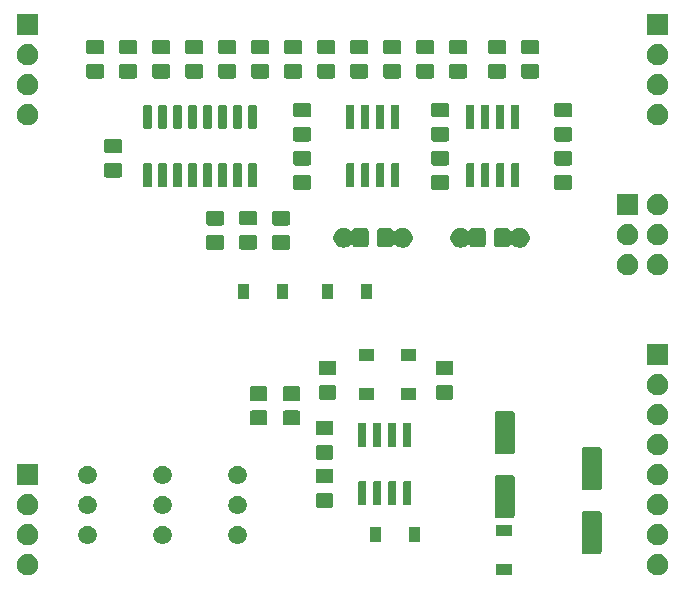
<source format=gbr>
G04 #@! TF.GenerationSoftware,KiCad,Pcbnew,5.1.6-c6e7f7d~87~ubuntu18.04.1*
G04 #@! TF.CreationDate,2020-08-18T13:39:28-04:00*
G04 #@! TF.ProjectId,2164SVF,32313634-5356-4462-9e6b-696361645f70,0*
G04 #@! TF.SameCoordinates,Original*
G04 #@! TF.FileFunction,Soldermask,Top*
G04 #@! TF.FilePolarity,Negative*
%FSLAX46Y46*%
G04 Gerber Fmt 4.6, Leading zero omitted, Abs format (unit mm)*
G04 Created by KiCad (PCBNEW 5.1.6-c6e7f7d~87~ubuntu18.04.1) date 2020-08-18 13:39:28*
%MOMM*%
%LPD*%
G01*
G04 APERTURE LIST*
%ADD10C,0.100000*%
G04 APERTURE END LIST*
D10*
G36*
X134966200Y-115205400D02*
G01*
X133664200Y-115205400D01*
X133664200Y-114203400D01*
X134966200Y-114203400D01*
X134966200Y-115205400D01*
G37*
G36*
X147433512Y-113403927D02*
G01*
X147582812Y-113433624D01*
X147746784Y-113501544D01*
X147894354Y-113600147D01*
X148019853Y-113725646D01*
X148118456Y-113873216D01*
X148186376Y-114037188D01*
X148221000Y-114211259D01*
X148221000Y-114388741D01*
X148186376Y-114562812D01*
X148118456Y-114726784D01*
X148019853Y-114874354D01*
X147894354Y-114999853D01*
X147746784Y-115098456D01*
X147582812Y-115166376D01*
X147433512Y-115196073D01*
X147408742Y-115201000D01*
X147231258Y-115201000D01*
X147206488Y-115196073D01*
X147057188Y-115166376D01*
X146893216Y-115098456D01*
X146745646Y-114999853D01*
X146620147Y-114874354D01*
X146521544Y-114726784D01*
X146453624Y-114562812D01*
X146419000Y-114388741D01*
X146419000Y-114211259D01*
X146453624Y-114037188D01*
X146521544Y-113873216D01*
X146620147Y-113725646D01*
X146745646Y-113600147D01*
X146893216Y-113501544D01*
X147057188Y-113433624D01*
X147206488Y-113403927D01*
X147231258Y-113399000D01*
X147408742Y-113399000D01*
X147433512Y-113403927D01*
G37*
G36*
X94093512Y-113403927D02*
G01*
X94242812Y-113433624D01*
X94406784Y-113501544D01*
X94554354Y-113600147D01*
X94679853Y-113725646D01*
X94778456Y-113873216D01*
X94846376Y-114037188D01*
X94881000Y-114211259D01*
X94881000Y-114388741D01*
X94846376Y-114562812D01*
X94778456Y-114726784D01*
X94679853Y-114874354D01*
X94554354Y-114999853D01*
X94406784Y-115098456D01*
X94242812Y-115166376D01*
X94093512Y-115196073D01*
X94068742Y-115201000D01*
X93891258Y-115201000D01*
X93866488Y-115196073D01*
X93717188Y-115166376D01*
X93553216Y-115098456D01*
X93405646Y-114999853D01*
X93280147Y-114874354D01*
X93181544Y-114726784D01*
X93113624Y-114562812D01*
X93079000Y-114388741D01*
X93079000Y-114211259D01*
X93113624Y-114037188D01*
X93181544Y-113873216D01*
X93280147Y-113725646D01*
X93405646Y-113600147D01*
X93553216Y-113501544D01*
X93717188Y-113433624D01*
X93866488Y-113403927D01*
X93891258Y-113399000D01*
X94068742Y-113399000D01*
X94093512Y-113403927D01*
G37*
G36*
X142437997Y-109775051D02*
G01*
X142471652Y-109785261D01*
X142502665Y-109801838D01*
X142529851Y-109824149D01*
X142552162Y-109851335D01*
X142568739Y-109882348D01*
X142578949Y-109916003D01*
X142583000Y-109957138D01*
X142583000Y-113186862D01*
X142578949Y-113227997D01*
X142568739Y-113261652D01*
X142552162Y-113292665D01*
X142529851Y-113319851D01*
X142502665Y-113342162D01*
X142471652Y-113358739D01*
X142437997Y-113368949D01*
X142396862Y-113373000D01*
X141067138Y-113373000D01*
X141026003Y-113368949D01*
X140992348Y-113358739D01*
X140961335Y-113342162D01*
X140934149Y-113319851D01*
X140911838Y-113292665D01*
X140895261Y-113261652D01*
X140885051Y-113227997D01*
X140881000Y-113186862D01*
X140881000Y-109957138D01*
X140885051Y-109916003D01*
X140895261Y-109882348D01*
X140911838Y-109851335D01*
X140934149Y-109824149D01*
X140961335Y-109801838D01*
X140992348Y-109785261D01*
X141026003Y-109775051D01*
X141067138Y-109771000D01*
X142396862Y-109771000D01*
X142437997Y-109775051D01*
G37*
G36*
X94093512Y-110863927D02*
G01*
X94242812Y-110893624D01*
X94406784Y-110961544D01*
X94554354Y-111060147D01*
X94679853Y-111185646D01*
X94778456Y-111333216D01*
X94846376Y-111497188D01*
X94881000Y-111671259D01*
X94881000Y-111848741D01*
X94846376Y-112022812D01*
X94778456Y-112186784D01*
X94679853Y-112334354D01*
X94554354Y-112459853D01*
X94406784Y-112558456D01*
X94242812Y-112626376D01*
X94093512Y-112656073D01*
X94068742Y-112661000D01*
X93891258Y-112661000D01*
X93866488Y-112656073D01*
X93717188Y-112626376D01*
X93553216Y-112558456D01*
X93405646Y-112459853D01*
X93280147Y-112334354D01*
X93181544Y-112186784D01*
X93113624Y-112022812D01*
X93079000Y-111848741D01*
X93079000Y-111671259D01*
X93113624Y-111497188D01*
X93181544Y-111333216D01*
X93280147Y-111185646D01*
X93405646Y-111060147D01*
X93553216Y-110961544D01*
X93717188Y-110893624D01*
X93866488Y-110863927D01*
X93891258Y-110859000D01*
X94068742Y-110859000D01*
X94093512Y-110863927D01*
G37*
G36*
X147433512Y-110863927D02*
G01*
X147582812Y-110893624D01*
X147746784Y-110961544D01*
X147894354Y-111060147D01*
X148019853Y-111185646D01*
X148118456Y-111333216D01*
X148186376Y-111497188D01*
X148221000Y-111671259D01*
X148221000Y-111848741D01*
X148186376Y-112022812D01*
X148118456Y-112186784D01*
X148019853Y-112334354D01*
X147894354Y-112459853D01*
X147746784Y-112558456D01*
X147582812Y-112626376D01*
X147433512Y-112656073D01*
X147408742Y-112661000D01*
X147231258Y-112661000D01*
X147206488Y-112656073D01*
X147057188Y-112626376D01*
X146893216Y-112558456D01*
X146745646Y-112459853D01*
X146620147Y-112334354D01*
X146521544Y-112186784D01*
X146453624Y-112022812D01*
X146419000Y-111848741D01*
X146419000Y-111671259D01*
X146453624Y-111497188D01*
X146521544Y-111333216D01*
X146620147Y-111185646D01*
X146745646Y-111060147D01*
X146893216Y-110961544D01*
X147057188Y-110893624D01*
X147206488Y-110863927D01*
X147231258Y-110859000D01*
X147408742Y-110859000D01*
X147433512Y-110863927D01*
G37*
G36*
X111885589Y-110998876D02*
G01*
X111984893Y-111018629D01*
X112125206Y-111076748D01*
X112251484Y-111161125D01*
X112358875Y-111268516D01*
X112443252Y-111394794D01*
X112501371Y-111535107D01*
X112531000Y-111684063D01*
X112531000Y-111835937D01*
X112501371Y-111984893D01*
X112443252Y-112125206D01*
X112358875Y-112251484D01*
X112251484Y-112358875D01*
X112125206Y-112443252D01*
X111984893Y-112501371D01*
X111885589Y-112521124D01*
X111835938Y-112531000D01*
X111684062Y-112531000D01*
X111634411Y-112521124D01*
X111535107Y-112501371D01*
X111394794Y-112443252D01*
X111268516Y-112358875D01*
X111161125Y-112251484D01*
X111076748Y-112125206D01*
X111018629Y-111984893D01*
X110989000Y-111835937D01*
X110989000Y-111684063D01*
X111018629Y-111535107D01*
X111076748Y-111394794D01*
X111161125Y-111268516D01*
X111268516Y-111161125D01*
X111394794Y-111076748D01*
X111535107Y-111018629D01*
X111634411Y-110998876D01*
X111684062Y-110989000D01*
X111835938Y-110989000D01*
X111885589Y-110998876D01*
G37*
G36*
X105535589Y-110998876D02*
G01*
X105634893Y-111018629D01*
X105775206Y-111076748D01*
X105901484Y-111161125D01*
X106008875Y-111268516D01*
X106093252Y-111394794D01*
X106151371Y-111535107D01*
X106181000Y-111684063D01*
X106181000Y-111835937D01*
X106151371Y-111984893D01*
X106093252Y-112125206D01*
X106008875Y-112251484D01*
X105901484Y-112358875D01*
X105775206Y-112443252D01*
X105634893Y-112501371D01*
X105535589Y-112521124D01*
X105485938Y-112531000D01*
X105334062Y-112531000D01*
X105284411Y-112521124D01*
X105185107Y-112501371D01*
X105044794Y-112443252D01*
X104918516Y-112358875D01*
X104811125Y-112251484D01*
X104726748Y-112125206D01*
X104668629Y-111984893D01*
X104639000Y-111835937D01*
X104639000Y-111684063D01*
X104668629Y-111535107D01*
X104726748Y-111394794D01*
X104811125Y-111268516D01*
X104918516Y-111161125D01*
X105044794Y-111076748D01*
X105185107Y-111018629D01*
X105284411Y-110998876D01*
X105334062Y-110989000D01*
X105485938Y-110989000D01*
X105535589Y-110998876D01*
G37*
G36*
X99185589Y-110998876D02*
G01*
X99284893Y-111018629D01*
X99425206Y-111076748D01*
X99551484Y-111161125D01*
X99658875Y-111268516D01*
X99743252Y-111394794D01*
X99801371Y-111535107D01*
X99831000Y-111684063D01*
X99831000Y-111835937D01*
X99801371Y-111984893D01*
X99743252Y-112125206D01*
X99658875Y-112251484D01*
X99551484Y-112358875D01*
X99425206Y-112443252D01*
X99284893Y-112501371D01*
X99185589Y-112521124D01*
X99135938Y-112531000D01*
X98984062Y-112531000D01*
X98934411Y-112521124D01*
X98835107Y-112501371D01*
X98694794Y-112443252D01*
X98568516Y-112358875D01*
X98461125Y-112251484D01*
X98376748Y-112125206D01*
X98318629Y-111984893D01*
X98289000Y-111835937D01*
X98289000Y-111684063D01*
X98318629Y-111535107D01*
X98376748Y-111394794D01*
X98461125Y-111268516D01*
X98568516Y-111161125D01*
X98694794Y-111076748D01*
X98835107Y-111018629D01*
X98934411Y-110998876D01*
X98984062Y-110989000D01*
X99135938Y-110989000D01*
X99185589Y-110998876D01*
G37*
G36*
X127247000Y-112411000D02*
G01*
X126245000Y-112411000D01*
X126245000Y-111109000D01*
X127247000Y-111109000D01*
X127247000Y-112411000D01*
G37*
G36*
X123947000Y-112411000D02*
G01*
X122945000Y-112411000D01*
X122945000Y-111109000D01*
X123947000Y-111109000D01*
X123947000Y-112411000D01*
G37*
G36*
X134966200Y-111905400D02*
G01*
X133664200Y-111905400D01*
X133664200Y-110903400D01*
X134966200Y-110903400D01*
X134966200Y-111905400D01*
G37*
G36*
X135071997Y-106727051D02*
G01*
X135105652Y-106737261D01*
X135136665Y-106753838D01*
X135163851Y-106776149D01*
X135186162Y-106803335D01*
X135202739Y-106834348D01*
X135212949Y-106868003D01*
X135217000Y-106909138D01*
X135217000Y-110138862D01*
X135212949Y-110179997D01*
X135202739Y-110213652D01*
X135186162Y-110244665D01*
X135163851Y-110271851D01*
X135136665Y-110294162D01*
X135105652Y-110310739D01*
X135071997Y-110320949D01*
X135030862Y-110325000D01*
X133701138Y-110325000D01*
X133660003Y-110320949D01*
X133626348Y-110310739D01*
X133595335Y-110294162D01*
X133568149Y-110271851D01*
X133545838Y-110244665D01*
X133529261Y-110213652D01*
X133519051Y-110179997D01*
X133515000Y-110138862D01*
X133515000Y-106909138D01*
X133519051Y-106868003D01*
X133529261Y-106834348D01*
X133545838Y-106803335D01*
X133568149Y-106776149D01*
X133595335Y-106753838D01*
X133626348Y-106737261D01*
X133660003Y-106727051D01*
X133701138Y-106723000D01*
X135030862Y-106723000D01*
X135071997Y-106727051D01*
G37*
G36*
X147433512Y-108323927D02*
G01*
X147582812Y-108353624D01*
X147746784Y-108421544D01*
X147894354Y-108520147D01*
X148019853Y-108645646D01*
X148118456Y-108793216D01*
X148186376Y-108957188D01*
X148221000Y-109131259D01*
X148221000Y-109308741D01*
X148186376Y-109482812D01*
X148118456Y-109646784D01*
X148019853Y-109794354D01*
X147894354Y-109919853D01*
X147746784Y-110018456D01*
X147582812Y-110086376D01*
X147433512Y-110116073D01*
X147408742Y-110121000D01*
X147231258Y-110121000D01*
X147206488Y-110116073D01*
X147057188Y-110086376D01*
X146893216Y-110018456D01*
X146745646Y-109919853D01*
X146620147Y-109794354D01*
X146521544Y-109646784D01*
X146453624Y-109482812D01*
X146419000Y-109308741D01*
X146419000Y-109131259D01*
X146453624Y-108957188D01*
X146521544Y-108793216D01*
X146620147Y-108645646D01*
X146745646Y-108520147D01*
X146893216Y-108421544D01*
X147057188Y-108353624D01*
X147206488Y-108323927D01*
X147231258Y-108319000D01*
X147408742Y-108319000D01*
X147433512Y-108323927D01*
G37*
G36*
X94093512Y-108323927D02*
G01*
X94242812Y-108353624D01*
X94406784Y-108421544D01*
X94554354Y-108520147D01*
X94679853Y-108645646D01*
X94778456Y-108793216D01*
X94846376Y-108957188D01*
X94881000Y-109131259D01*
X94881000Y-109308741D01*
X94846376Y-109482812D01*
X94778456Y-109646784D01*
X94679853Y-109794354D01*
X94554354Y-109919853D01*
X94406784Y-110018456D01*
X94242812Y-110086376D01*
X94093512Y-110116073D01*
X94068742Y-110121000D01*
X93891258Y-110121000D01*
X93866488Y-110116073D01*
X93717188Y-110086376D01*
X93553216Y-110018456D01*
X93405646Y-109919853D01*
X93280147Y-109794354D01*
X93181544Y-109646784D01*
X93113624Y-109482812D01*
X93079000Y-109308741D01*
X93079000Y-109131259D01*
X93113624Y-108957188D01*
X93181544Y-108793216D01*
X93280147Y-108645646D01*
X93405646Y-108520147D01*
X93553216Y-108421544D01*
X93717188Y-108353624D01*
X93866488Y-108323927D01*
X93891258Y-108319000D01*
X94068742Y-108319000D01*
X94093512Y-108323927D01*
G37*
G36*
X105535589Y-108458876D02*
G01*
X105634893Y-108478629D01*
X105775206Y-108536748D01*
X105901484Y-108621125D01*
X106008875Y-108728516D01*
X106093252Y-108854794D01*
X106151371Y-108995107D01*
X106151371Y-108995109D01*
X106175518Y-109116500D01*
X106181000Y-109144063D01*
X106181000Y-109295937D01*
X106151371Y-109444893D01*
X106093252Y-109585206D01*
X106008875Y-109711484D01*
X105901484Y-109818875D01*
X105775206Y-109903252D01*
X105634893Y-109961371D01*
X105535589Y-109981124D01*
X105485938Y-109991000D01*
X105334062Y-109991000D01*
X105284411Y-109981124D01*
X105185107Y-109961371D01*
X105044794Y-109903252D01*
X104918516Y-109818875D01*
X104811125Y-109711484D01*
X104726748Y-109585206D01*
X104668629Y-109444893D01*
X104639000Y-109295937D01*
X104639000Y-109144063D01*
X104644483Y-109116500D01*
X104668629Y-108995109D01*
X104668629Y-108995107D01*
X104726748Y-108854794D01*
X104811125Y-108728516D01*
X104918516Y-108621125D01*
X105044794Y-108536748D01*
X105185107Y-108478629D01*
X105284411Y-108458876D01*
X105334062Y-108449000D01*
X105485938Y-108449000D01*
X105535589Y-108458876D01*
G37*
G36*
X99185589Y-108458876D02*
G01*
X99284893Y-108478629D01*
X99425206Y-108536748D01*
X99551484Y-108621125D01*
X99658875Y-108728516D01*
X99743252Y-108854794D01*
X99801371Y-108995107D01*
X99801371Y-108995109D01*
X99825518Y-109116500D01*
X99831000Y-109144063D01*
X99831000Y-109295937D01*
X99801371Y-109444893D01*
X99743252Y-109585206D01*
X99658875Y-109711484D01*
X99551484Y-109818875D01*
X99425206Y-109903252D01*
X99284893Y-109961371D01*
X99185589Y-109981124D01*
X99135938Y-109991000D01*
X98984062Y-109991000D01*
X98934411Y-109981124D01*
X98835107Y-109961371D01*
X98694794Y-109903252D01*
X98568516Y-109818875D01*
X98461125Y-109711484D01*
X98376748Y-109585206D01*
X98318629Y-109444893D01*
X98289000Y-109295937D01*
X98289000Y-109144063D01*
X98294483Y-109116500D01*
X98318629Y-108995109D01*
X98318629Y-108995107D01*
X98376748Y-108854794D01*
X98461125Y-108728516D01*
X98568516Y-108621125D01*
X98694794Y-108536748D01*
X98835107Y-108478629D01*
X98934411Y-108458876D01*
X98984062Y-108449000D01*
X99135938Y-108449000D01*
X99185589Y-108458876D01*
G37*
G36*
X111885589Y-108458876D02*
G01*
X111984893Y-108478629D01*
X112125206Y-108536748D01*
X112251484Y-108621125D01*
X112358875Y-108728516D01*
X112443252Y-108854794D01*
X112501371Y-108995107D01*
X112501371Y-108995109D01*
X112525518Y-109116500D01*
X112531000Y-109144063D01*
X112531000Y-109295937D01*
X112501371Y-109444893D01*
X112443252Y-109585206D01*
X112358875Y-109711484D01*
X112251484Y-109818875D01*
X112125206Y-109903252D01*
X111984893Y-109961371D01*
X111885589Y-109981124D01*
X111835938Y-109991000D01*
X111684062Y-109991000D01*
X111634411Y-109981124D01*
X111535107Y-109961371D01*
X111394794Y-109903252D01*
X111268516Y-109818875D01*
X111161125Y-109711484D01*
X111076748Y-109585206D01*
X111018629Y-109444893D01*
X110989000Y-109295937D01*
X110989000Y-109144063D01*
X110994483Y-109116500D01*
X111018629Y-108995109D01*
X111018629Y-108995107D01*
X111076748Y-108854794D01*
X111161125Y-108728516D01*
X111268516Y-108621125D01*
X111394794Y-108536748D01*
X111535107Y-108478629D01*
X111634411Y-108458876D01*
X111684062Y-108449000D01*
X111835938Y-108449000D01*
X111885589Y-108458876D01*
G37*
G36*
X119714674Y-108226465D02*
G01*
X119752367Y-108237899D01*
X119787103Y-108256466D01*
X119817548Y-108281452D01*
X119842534Y-108311897D01*
X119861101Y-108346633D01*
X119872535Y-108384326D01*
X119877000Y-108429661D01*
X119877000Y-109266339D01*
X119872535Y-109311674D01*
X119861101Y-109349367D01*
X119842534Y-109384103D01*
X119817548Y-109414548D01*
X119787103Y-109439534D01*
X119752367Y-109458101D01*
X119714674Y-109469535D01*
X119669339Y-109474000D01*
X118582661Y-109474000D01*
X118537326Y-109469535D01*
X118499633Y-109458101D01*
X118464897Y-109439534D01*
X118434452Y-109414548D01*
X118409466Y-109384103D01*
X118390899Y-109349367D01*
X118379465Y-109311674D01*
X118375000Y-109266339D01*
X118375000Y-108429661D01*
X118379465Y-108384326D01*
X118390899Y-108346633D01*
X118409466Y-108311897D01*
X118434452Y-108281452D01*
X118464897Y-108256466D01*
X118499633Y-108237899D01*
X118537326Y-108226465D01*
X118582661Y-108222000D01*
X119669339Y-108222000D01*
X119714674Y-108226465D01*
G37*
G36*
X122560928Y-107242764D02*
G01*
X122582009Y-107249160D01*
X122601445Y-107259548D01*
X122618476Y-107273524D01*
X122632452Y-107290555D01*
X122642840Y-107309991D01*
X122649236Y-107331072D01*
X122652000Y-107359140D01*
X122652000Y-109172860D01*
X122649236Y-109200928D01*
X122642840Y-109222009D01*
X122632452Y-109241445D01*
X122618476Y-109258476D01*
X122601445Y-109272452D01*
X122582009Y-109282840D01*
X122560928Y-109289236D01*
X122532860Y-109292000D01*
X122069140Y-109292000D01*
X122041072Y-109289236D01*
X122019991Y-109282840D01*
X122000555Y-109272452D01*
X121983524Y-109258476D01*
X121969548Y-109241445D01*
X121959160Y-109222009D01*
X121952764Y-109200928D01*
X121950000Y-109172860D01*
X121950000Y-107359140D01*
X121952764Y-107331072D01*
X121959160Y-107309991D01*
X121969548Y-107290555D01*
X121983524Y-107273524D01*
X122000555Y-107259548D01*
X122019991Y-107249160D01*
X122041072Y-107242764D01*
X122069140Y-107240000D01*
X122532860Y-107240000D01*
X122560928Y-107242764D01*
G37*
G36*
X123830928Y-107242764D02*
G01*
X123852009Y-107249160D01*
X123871445Y-107259548D01*
X123888476Y-107273524D01*
X123902452Y-107290555D01*
X123912840Y-107309991D01*
X123919236Y-107331072D01*
X123922000Y-107359140D01*
X123922000Y-109172860D01*
X123919236Y-109200928D01*
X123912840Y-109222009D01*
X123902452Y-109241445D01*
X123888476Y-109258476D01*
X123871445Y-109272452D01*
X123852009Y-109282840D01*
X123830928Y-109289236D01*
X123802860Y-109292000D01*
X123339140Y-109292000D01*
X123311072Y-109289236D01*
X123289991Y-109282840D01*
X123270555Y-109272452D01*
X123253524Y-109258476D01*
X123239548Y-109241445D01*
X123229160Y-109222009D01*
X123222764Y-109200928D01*
X123220000Y-109172860D01*
X123220000Y-107359140D01*
X123222764Y-107331072D01*
X123229160Y-107309991D01*
X123239548Y-107290555D01*
X123253524Y-107273524D01*
X123270555Y-107259548D01*
X123289991Y-107249160D01*
X123311072Y-107242764D01*
X123339140Y-107240000D01*
X123802860Y-107240000D01*
X123830928Y-107242764D01*
G37*
G36*
X126370928Y-107242764D02*
G01*
X126392009Y-107249160D01*
X126411445Y-107259548D01*
X126428476Y-107273524D01*
X126442452Y-107290555D01*
X126452840Y-107309991D01*
X126459236Y-107331072D01*
X126462000Y-107359140D01*
X126462000Y-109172860D01*
X126459236Y-109200928D01*
X126452840Y-109222009D01*
X126442452Y-109241445D01*
X126428476Y-109258476D01*
X126411445Y-109272452D01*
X126392009Y-109282840D01*
X126370928Y-109289236D01*
X126342860Y-109292000D01*
X125879140Y-109292000D01*
X125851072Y-109289236D01*
X125829991Y-109282840D01*
X125810555Y-109272452D01*
X125793524Y-109258476D01*
X125779548Y-109241445D01*
X125769160Y-109222009D01*
X125762764Y-109200928D01*
X125760000Y-109172860D01*
X125760000Y-107359140D01*
X125762764Y-107331072D01*
X125769160Y-107309991D01*
X125779548Y-107290555D01*
X125793524Y-107273524D01*
X125810555Y-107259548D01*
X125829991Y-107249160D01*
X125851072Y-107242764D01*
X125879140Y-107240000D01*
X126342860Y-107240000D01*
X126370928Y-107242764D01*
G37*
G36*
X125100928Y-107242764D02*
G01*
X125122009Y-107249160D01*
X125141445Y-107259548D01*
X125158476Y-107273524D01*
X125172452Y-107290555D01*
X125182840Y-107309991D01*
X125189236Y-107331072D01*
X125192000Y-107359140D01*
X125192000Y-109172860D01*
X125189236Y-109200928D01*
X125182840Y-109222009D01*
X125172452Y-109241445D01*
X125158476Y-109258476D01*
X125141445Y-109272452D01*
X125122009Y-109282840D01*
X125100928Y-109289236D01*
X125072860Y-109292000D01*
X124609140Y-109292000D01*
X124581072Y-109289236D01*
X124559991Y-109282840D01*
X124540555Y-109272452D01*
X124523524Y-109258476D01*
X124509548Y-109241445D01*
X124499160Y-109222009D01*
X124492764Y-109200928D01*
X124490000Y-109172860D01*
X124490000Y-107359140D01*
X124492764Y-107331072D01*
X124499160Y-107309991D01*
X124509548Y-107290555D01*
X124523524Y-107273524D01*
X124540555Y-107259548D01*
X124559991Y-107249160D01*
X124581072Y-107242764D01*
X124609140Y-107240000D01*
X125072860Y-107240000D01*
X125100928Y-107242764D01*
G37*
G36*
X142437997Y-104375051D02*
G01*
X142471652Y-104385261D01*
X142502665Y-104401838D01*
X142529851Y-104424149D01*
X142552162Y-104451335D01*
X142568739Y-104482348D01*
X142578949Y-104516003D01*
X142583000Y-104557138D01*
X142583000Y-107786862D01*
X142578949Y-107827997D01*
X142568739Y-107861652D01*
X142552162Y-107892665D01*
X142529851Y-107919851D01*
X142502665Y-107942162D01*
X142471652Y-107958739D01*
X142437997Y-107968949D01*
X142396862Y-107973000D01*
X141067138Y-107973000D01*
X141026003Y-107968949D01*
X140992348Y-107958739D01*
X140961335Y-107942162D01*
X140934149Y-107919851D01*
X140911838Y-107892665D01*
X140895261Y-107861652D01*
X140885051Y-107827997D01*
X140881000Y-107786862D01*
X140881000Y-104557138D01*
X140885051Y-104516003D01*
X140895261Y-104482348D01*
X140911838Y-104451335D01*
X140934149Y-104424149D01*
X140961335Y-104401838D01*
X140992348Y-104385261D01*
X141026003Y-104375051D01*
X141067138Y-104371000D01*
X142396862Y-104371000D01*
X142437997Y-104375051D01*
G37*
G36*
X147433512Y-105783927D02*
G01*
X147582812Y-105813624D01*
X147746784Y-105881544D01*
X147894354Y-105980147D01*
X148019853Y-106105646D01*
X148118456Y-106253216D01*
X148186376Y-106417188D01*
X148216073Y-106566488D01*
X148221000Y-106591258D01*
X148221000Y-106768742D01*
X148216073Y-106793512D01*
X148186376Y-106942812D01*
X148118456Y-107106784D01*
X148019853Y-107254354D01*
X147894354Y-107379853D01*
X147746784Y-107478456D01*
X147582812Y-107546376D01*
X147433512Y-107576073D01*
X147408742Y-107581000D01*
X147231258Y-107581000D01*
X147206488Y-107576073D01*
X147057188Y-107546376D01*
X146893216Y-107478456D01*
X146745646Y-107379853D01*
X146620147Y-107254354D01*
X146521544Y-107106784D01*
X146453624Y-106942812D01*
X146423927Y-106793512D01*
X146419000Y-106768742D01*
X146419000Y-106591258D01*
X146423927Y-106566488D01*
X146453624Y-106417188D01*
X146521544Y-106253216D01*
X146620147Y-106105646D01*
X146745646Y-105980147D01*
X146893216Y-105881544D01*
X147057188Y-105813624D01*
X147206488Y-105783927D01*
X147231258Y-105779000D01*
X147408742Y-105779000D01*
X147433512Y-105783927D01*
G37*
G36*
X94881000Y-107581000D02*
G01*
X93079000Y-107581000D01*
X93079000Y-105779000D01*
X94881000Y-105779000D01*
X94881000Y-107581000D01*
G37*
G36*
X105535589Y-105918876D02*
G01*
X105634893Y-105938629D01*
X105775206Y-105996748D01*
X105901484Y-106081125D01*
X106008875Y-106188516D01*
X106093252Y-106314794D01*
X106151371Y-106455107D01*
X106181000Y-106604063D01*
X106181000Y-106755937D01*
X106151371Y-106904893D01*
X106093252Y-107045206D01*
X106008875Y-107171484D01*
X105901484Y-107278875D01*
X105775206Y-107363252D01*
X105634893Y-107421371D01*
X105535589Y-107441124D01*
X105485938Y-107451000D01*
X105334062Y-107451000D01*
X105284411Y-107441124D01*
X105185107Y-107421371D01*
X105044794Y-107363252D01*
X104918516Y-107278875D01*
X104811125Y-107171484D01*
X104726748Y-107045206D01*
X104668629Y-106904893D01*
X104639000Y-106755937D01*
X104639000Y-106604063D01*
X104668629Y-106455107D01*
X104726748Y-106314794D01*
X104811125Y-106188516D01*
X104918516Y-106081125D01*
X105044794Y-105996748D01*
X105185107Y-105938629D01*
X105284411Y-105918876D01*
X105334062Y-105909000D01*
X105485938Y-105909000D01*
X105535589Y-105918876D01*
G37*
G36*
X99185589Y-105918876D02*
G01*
X99284893Y-105938629D01*
X99425206Y-105996748D01*
X99551484Y-106081125D01*
X99658875Y-106188516D01*
X99743252Y-106314794D01*
X99801371Y-106455107D01*
X99831000Y-106604063D01*
X99831000Y-106755937D01*
X99801371Y-106904893D01*
X99743252Y-107045206D01*
X99658875Y-107171484D01*
X99551484Y-107278875D01*
X99425206Y-107363252D01*
X99284893Y-107421371D01*
X99185589Y-107441124D01*
X99135938Y-107451000D01*
X98984062Y-107451000D01*
X98934411Y-107441124D01*
X98835107Y-107421371D01*
X98694794Y-107363252D01*
X98568516Y-107278875D01*
X98461125Y-107171484D01*
X98376748Y-107045206D01*
X98318629Y-106904893D01*
X98289000Y-106755937D01*
X98289000Y-106604063D01*
X98318629Y-106455107D01*
X98376748Y-106314794D01*
X98461125Y-106188516D01*
X98568516Y-106081125D01*
X98694794Y-105996748D01*
X98835107Y-105938629D01*
X98934411Y-105918876D01*
X98984062Y-105909000D01*
X99135938Y-105909000D01*
X99185589Y-105918876D01*
G37*
G36*
X111885589Y-105918876D02*
G01*
X111984893Y-105938629D01*
X112125206Y-105996748D01*
X112251484Y-106081125D01*
X112358875Y-106188516D01*
X112443252Y-106314794D01*
X112501371Y-106455107D01*
X112531000Y-106604063D01*
X112531000Y-106755937D01*
X112501371Y-106904893D01*
X112443252Y-107045206D01*
X112358875Y-107171484D01*
X112251484Y-107278875D01*
X112125206Y-107363252D01*
X111984893Y-107421371D01*
X111885589Y-107441124D01*
X111835938Y-107451000D01*
X111684062Y-107451000D01*
X111634411Y-107441124D01*
X111535107Y-107421371D01*
X111394794Y-107363252D01*
X111268516Y-107278875D01*
X111161125Y-107171484D01*
X111076748Y-107045206D01*
X111018629Y-106904893D01*
X110989000Y-106755937D01*
X110989000Y-106604063D01*
X111018629Y-106455107D01*
X111076748Y-106314794D01*
X111161125Y-106188516D01*
X111268516Y-106081125D01*
X111394794Y-105996748D01*
X111535107Y-105938629D01*
X111634411Y-105918876D01*
X111684062Y-105909000D01*
X111835938Y-105909000D01*
X111885589Y-105918876D01*
G37*
G36*
X119714674Y-106176465D02*
G01*
X119752367Y-106187899D01*
X119787103Y-106206466D01*
X119817548Y-106231452D01*
X119842534Y-106261897D01*
X119861101Y-106296633D01*
X119872535Y-106334326D01*
X119877000Y-106379661D01*
X119877000Y-107216339D01*
X119872535Y-107261674D01*
X119861101Y-107299367D01*
X119842534Y-107334103D01*
X119817548Y-107364548D01*
X119787103Y-107389534D01*
X119752367Y-107408101D01*
X119714674Y-107419535D01*
X119669339Y-107424000D01*
X118582661Y-107424000D01*
X118537326Y-107419535D01*
X118499633Y-107408101D01*
X118464897Y-107389534D01*
X118434452Y-107364548D01*
X118409466Y-107334103D01*
X118390899Y-107299367D01*
X118379465Y-107261674D01*
X118375000Y-107216339D01*
X118375000Y-106379661D01*
X118379465Y-106334326D01*
X118390899Y-106296633D01*
X118409466Y-106261897D01*
X118434452Y-106231452D01*
X118464897Y-106206466D01*
X118499633Y-106187899D01*
X118537326Y-106176465D01*
X118582661Y-106172000D01*
X119669339Y-106172000D01*
X119714674Y-106176465D01*
G37*
G36*
X119714674Y-104162465D02*
G01*
X119752367Y-104173899D01*
X119787103Y-104192466D01*
X119817548Y-104217452D01*
X119842534Y-104247897D01*
X119861101Y-104282633D01*
X119872535Y-104320326D01*
X119877000Y-104365661D01*
X119877000Y-105202339D01*
X119872535Y-105247674D01*
X119861101Y-105285367D01*
X119842534Y-105320103D01*
X119817548Y-105350548D01*
X119787103Y-105375534D01*
X119752367Y-105394101D01*
X119714674Y-105405535D01*
X119669339Y-105410000D01*
X118582661Y-105410000D01*
X118537326Y-105405535D01*
X118499633Y-105394101D01*
X118464897Y-105375534D01*
X118434452Y-105350548D01*
X118409466Y-105320103D01*
X118390899Y-105285367D01*
X118379465Y-105247674D01*
X118375000Y-105202339D01*
X118375000Y-104365661D01*
X118379465Y-104320326D01*
X118390899Y-104282633D01*
X118409466Y-104247897D01*
X118434452Y-104217452D01*
X118464897Y-104192466D01*
X118499633Y-104173899D01*
X118537326Y-104162465D01*
X118582661Y-104158000D01*
X119669339Y-104158000D01*
X119714674Y-104162465D01*
G37*
G36*
X147433512Y-103243927D02*
G01*
X147582812Y-103273624D01*
X147746784Y-103341544D01*
X147894354Y-103440147D01*
X148019853Y-103565646D01*
X148118456Y-103713216D01*
X148186376Y-103877188D01*
X148216073Y-104026488D01*
X148221000Y-104051258D01*
X148221000Y-104228742D01*
X148217190Y-104247897D01*
X148186376Y-104402812D01*
X148118456Y-104566784D01*
X148019853Y-104714354D01*
X147894354Y-104839853D01*
X147746784Y-104938456D01*
X147582812Y-105006376D01*
X147433512Y-105036073D01*
X147408742Y-105041000D01*
X147231258Y-105041000D01*
X147206488Y-105036073D01*
X147057188Y-105006376D01*
X146893216Y-104938456D01*
X146745646Y-104839853D01*
X146620147Y-104714354D01*
X146521544Y-104566784D01*
X146453624Y-104402812D01*
X146422810Y-104247897D01*
X146419000Y-104228742D01*
X146419000Y-104051258D01*
X146423927Y-104026488D01*
X146453624Y-103877188D01*
X146521544Y-103713216D01*
X146620147Y-103565646D01*
X146745646Y-103440147D01*
X146893216Y-103341544D01*
X147057188Y-103273624D01*
X147206488Y-103243927D01*
X147231258Y-103239000D01*
X147408742Y-103239000D01*
X147433512Y-103243927D01*
G37*
G36*
X135071997Y-101327051D02*
G01*
X135105652Y-101337261D01*
X135136665Y-101353838D01*
X135163851Y-101376149D01*
X135186162Y-101403335D01*
X135202739Y-101434348D01*
X135212949Y-101468003D01*
X135217000Y-101509138D01*
X135217000Y-104738862D01*
X135212949Y-104779997D01*
X135202739Y-104813652D01*
X135186162Y-104844665D01*
X135163851Y-104871851D01*
X135136665Y-104894162D01*
X135105652Y-104910739D01*
X135071997Y-104920949D01*
X135030862Y-104925000D01*
X133701138Y-104925000D01*
X133660003Y-104920949D01*
X133626348Y-104910739D01*
X133595335Y-104894162D01*
X133568149Y-104871851D01*
X133545838Y-104844665D01*
X133529261Y-104813652D01*
X133519051Y-104779997D01*
X133515000Y-104738862D01*
X133515000Y-101509138D01*
X133519051Y-101468003D01*
X133529261Y-101434348D01*
X133545838Y-101403335D01*
X133568149Y-101376149D01*
X133595335Y-101353838D01*
X133626348Y-101337261D01*
X133660003Y-101327051D01*
X133701138Y-101323000D01*
X135030862Y-101323000D01*
X135071997Y-101327051D01*
G37*
G36*
X122560928Y-102292764D02*
G01*
X122582009Y-102299160D01*
X122601445Y-102309548D01*
X122618476Y-102323524D01*
X122632452Y-102340555D01*
X122642840Y-102359991D01*
X122649236Y-102381072D01*
X122652000Y-102409140D01*
X122652000Y-104222860D01*
X122649236Y-104250928D01*
X122642840Y-104272009D01*
X122632452Y-104291445D01*
X122618476Y-104308476D01*
X122601445Y-104322452D01*
X122582009Y-104332840D01*
X122560928Y-104339236D01*
X122532860Y-104342000D01*
X122069140Y-104342000D01*
X122041072Y-104339236D01*
X122019991Y-104332840D01*
X122000555Y-104322452D01*
X121983524Y-104308476D01*
X121969548Y-104291445D01*
X121959160Y-104272009D01*
X121952764Y-104250928D01*
X121950000Y-104222860D01*
X121950000Y-102409140D01*
X121952764Y-102381072D01*
X121959160Y-102359991D01*
X121969548Y-102340555D01*
X121983524Y-102323524D01*
X122000555Y-102309548D01*
X122019991Y-102299160D01*
X122041072Y-102292764D01*
X122069140Y-102290000D01*
X122532860Y-102290000D01*
X122560928Y-102292764D01*
G37*
G36*
X123830928Y-102292764D02*
G01*
X123852009Y-102299160D01*
X123871445Y-102309548D01*
X123888476Y-102323524D01*
X123902452Y-102340555D01*
X123912840Y-102359991D01*
X123919236Y-102381072D01*
X123922000Y-102409140D01*
X123922000Y-104222860D01*
X123919236Y-104250928D01*
X123912840Y-104272009D01*
X123902452Y-104291445D01*
X123888476Y-104308476D01*
X123871445Y-104322452D01*
X123852009Y-104332840D01*
X123830928Y-104339236D01*
X123802860Y-104342000D01*
X123339140Y-104342000D01*
X123311072Y-104339236D01*
X123289991Y-104332840D01*
X123270555Y-104322452D01*
X123253524Y-104308476D01*
X123239548Y-104291445D01*
X123229160Y-104272009D01*
X123222764Y-104250928D01*
X123220000Y-104222860D01*
X123220000Y-102409140D01*
X123222764Y-102381072D01*
X123229160Y-102359991D01*
X123239548Y-102340555D01*
X123253524Y-102323524D01*
X123270555Y-102309548D01*
X123289991Y-102299160D01*
X123311072Y-102292764D01*
X123339140Y-102290000D01*
X123802860Y-102290000D01*
X123830928Y-102292764D01*
G37*
G36*
X125100928Y-102292764D02*
G01*
X125122009Y-102299160D01*
X125141445Y-102309548D01*
X125158476Y-102323524D01*
X125172452Y-102340555D01*
X125182840Y-102359991D01*
X125189236Y-102381072D01*
X125192000Y-102409140D01*
X125192000Y-104222860D01*
X125189236Y-104250928D01*
X125182840Y-104272009D01*
X125172452Y-104291445D01*
X125158476Y-104308476D01*
X125141445Y-104322452D01*
X125122009Y-104332840D01*
X125100928Y-104339236D01*
X125072860Y-104342000D01*
X124609140Y-104342000D01*
X124581072Y-104339236D01*
X124559991Y-104332840D01*
X124540555Y-104322452D01*
X124523524Y-104308476D01*
X124509548Y-104291445D01*
X124499160Y-104272009D01*
X124492764Y-104250928D01*
X124490000Y-104222860D01*
X124490000Y-102409140D01*
X124492764Y-102381072D01*
X124499160Y-102359991D01*
X124509548Y-102340555D01*
X124523524Y-102323524D01*
X124540555Y-102309548D01*
X124559991Y-102299160D01*
X124581072Y-102292764D01*
X124609140Y-102290000D01*
X125072860Y-102290000D01*
X125100928Y-102292764D01*
G37*
G36*
X126370928Y-102292764D02*
G01*
X126392009Y-102299160D01*
X126411445Y-102309548D01*
X126428476Y-102323524D01*
X126442452Y-102340555D01*
X126452840Y-102359991D01*
X126459236Y-102381072D01*
X126462000Y-102409140D01*
X126462000Y-104222860D01*
X126459236Y-104250928D01*
X126452840Y-104272009D01*
X126442452Y-104291445D01*
X126428476Y-104308476D01*
X126411445Y-104322452D01*
X126392009Y-104332840D01*
X126370928Y-104339236D01*
X126342860Y-104342000D01*
X125879140Y-104342000D01*
X125851072Y-104339236D01*
X125829991Y-104332840D01*
X125810555Y-104322452D01*
X125793524Y-104308476D01*
X125779548Y-104291445D01*
X125769160Y-104272009D01*
X125762764Y-104250928D01*
X125760000Y-104222860D01*
X125760000Y-102409140D01*
X125762764Y-102381072D01*
X125769160Y-102359991D01*
X125779548Y-102340555D01*
X125793524Y-102323524D01*
X125810555Y-102309548D01*
X125829991Y-102299160D01*
X125851072Y-102292764D01*
X125879140Y-102290000D01*
X126342860Y-102290000D01*
X126370928Y-102292764D01*
G37*
G36*
X119714674Y-102112465D02*
G01*
X119752367Y-102123899D01*
X119787103Y-102142466D01*
X119817548Y-102167452D01*
X119842534Y-102197897D01*
X119861101Y-102232633D01*
X119872535Y-102270326D01*
X119877000Y-102315661D01*
X119877000Y-103152339D01*
X119872535Y-103197674D01*
X119861101Y-103235367D01*
X119842534Y-103270103D01*
X119817548Y-103300548D01*
X119787103Y-103325534D01*
X119752367Y-103344101D01*
X119714674Y-103355535D01*
X119669339Y-103360000D01*
X118582661Y-103360000D01*
X118537326Y-103355535D01*
X118499633Y-103344101D01*
X118464897Y-103325534D01*
X118434452Y-103300548D01*
X118409466Y-103270103D01*
X118390899Y-103235367D01*
X118379465Y-103197674D01*
X118375000Y-103152339D01*
X118375000Y-102315661D01*
X118379465Y-102270326D01*
X118390899Y-102232633D01*
X118409466Y-102197897D01*
X118434452Y-102167452D01*
X118464897Y-102142466D01*
X118499633Y-102123899D01*
X118537326Y-102112465D01*
X118582661Y-102108000D01*
X119669339Y-102108000D01*
X119714674Y-102112465D01*
G37*
G36*
X147433512Y-100703927D02*
G01*
X147582812Y-100733624D01*
X147746784Y-100801544D01*
X147894354Y-100900147D01*
X148019853Y-101025646D01*
X148118456Y-101173216D01*
X148186376Y-101337188D01*
X148221000Y-101511259D01*
X148221000Y-101688741D01*
X148186376Y-101862812D01*
X148118456Y-102026784D01*
X148019853Y-102174354D01*
X147894354Y-102299853D01*
X147746784Y-102398456D01*
X147582812Y-102466376D01*
X147446271Y-102493535D01*
X147408742Y-102501000D01*
X147231258Y-102501000D01*
X147193729Y-102493535D01*
X147057188Y-102466376D01*
X146893216Y-102398456D01*
X146745646Y-102299853D01*
X146620147Y-102174354D01*
X146521544Y-102026784D01*
X146453624Y-101862812D01*
X146419000Y-101688741D01*
X146419000Y-101511259D01*
X146453624Y-101337188D01*
X146521544Y-101173216D01*
X146620147Y-101025646D01*
X146745646Y-100900147D01*
X146893216Y-100801544D01*
X147057188Y-100733624D01*
X147206488Y-100703927D01*
X147231258Y-100699000D01*
X147408742Y-100699000D01*
X147433512Y-100703927D01*
G37*
G36*
X116920674Y-101250465D02*
G01*
X116958367Y-101261899D01*
X116993103Y-101280466D01*
X117023548Y-101305452D01*
X117048534Y-101335897D01*
X117067101Y-101370633D01*
X117078535Y-101408326D01*
X117083000Y-101453661D01*
X117083000Y-102290339D01*
X117078535Y-102335674D01*
X117067101Y-102373367D01*
X117048534Y-102408103D01*
X117023548Y-102438548D01*
X116993103Y-102463534D01*
X116958367Y-102482101D01*
X116920674Y-102493535D01*
X116875339Y-102498000D01*
X115788661Y-102498000D01*
X115743326Y-102493535D01*
X115705633Y-102482101D01*
X115670897Y-102463534D01*
X115640452Y-102438548D01*
X115615466Y-102408103D01*
X115596899Y-102373367D01*
X115585465Y-102335674D01*
X115581000Y-102290339D01*
X115581000Y-101453661D01*
X115585465Y-101408326D01*
X115596899Y-101370633D01*
X115615466Y-101335897D01*
X115640452Y-101305452D01*
X115670897Y-101280466D01*
X115705633Y-101261899D01*
X115743326Y-101250465D01*
X115788661Y-101246000D01*
X116875339Y-101246000D01*
X116920674Y-101250465D01*
G37*
G36*
X114126674Y-101241465D02*
G01*
X114164367Y-101252899D01*
X114199103Y-101271466D01*
X114229548Y-101296452D01*
X114254534Y-101326897D01*
X114273101Y-101361633D01*
X114284535Y-101399326D01*
X114289000Y-101444661D01*
X114289000Y-102281339D01*
X114284535Y-102326674D01*
X114273101Y-102364367D01*
X114254534Y-102399103D01*
X114229548Y-102429548D01*
X114199103Y-102454534D01*
X114164367Y-102473101D01*
X114126674Y-102484535D01*
X114081339Y-102489000D01*
X112994661Y-102489000D01*
X112949326Y-102484535D01*
X112911633Y-102473101D01*
X112876897Y-102454534D01*
X112846452Y-102429548D01*
X112821466Y-102399103D01*
X112802899Y-102364367D01*
X112791465Y-102326674D01*
X112787000Y-102281339D01*
X112787000Y-101444661D01*
X112791465Y-101399326D01*
X112802899Y-101361633D01*
X112821466Y-101326897D01*
X112846452Y-101296452D01*
X112876897Y-101271466D01*
X112911633Y-101252899D01*
X112949326Y-101241465D01*
X112994661Y-101237000D01*
X114081339Y-101237000D01*
X114126674Y-101241465D01*
G37*
G36*
X116920674Y-99200465D02*
G01*
X116958367Y-99211899D01*
X116993103Y-99230466D01*
X117023548Y-99255452D01*
X117048534Y-99285897D01*
X117067101Y-99320633D01*
X117078535Y-99358326D01*
X117083000Y-99403661D01*
X117083000Y-100240339D01*
X117078535Y-100285674D01*
X117067101Y-100323367D01*
X117048534Y-100358103D01*
X117023548Y-100388548D01*
X116993103Y-100413534D01*
X116958367Y-100432101D01*
X116920674Y-100443535D01*
X116875339Y-100448000D01*
X115788661Y-100448000D01*
X115743326Y-100443535D01*
X115705633Y-100432101D01*
X115670897Y-100413534D01*
X115640452Y-100388548D01*
X115615466Y-100358103D01*
X115596899Y-100323367D01*
X115585465Y-100285674D01*
X115581000Y-100240339D01*
X115581000Y-99403661D01*
X115585465Y-99358326D01*
X115596899Y-99320633D01*
X115615466Y-99285897D01*
X115640452Y-99255452D01*
X115670897Y-99230466D01*
X115705633Y-99211899D01*
X115743326Y-99200465D01*
X115788661Y-99196000D01*
X116875339Y-99196000D01*
X116920674Y-99200465D01*
G37*
G36*
X114126674Y-99191465D02*
G01*
X114164367Y-99202899D01*
X114199103Y-99221466D01*
X114229548Y-99246452D01*
X114254534Y-99276897D01*
X114273101Y-99311633D01*
X114284535Y-99349326D01*
X114289000Y-99394661D01*
X114289000Y-100231339D01*
X114284535Y-100276674D01*
X114273101Y-100314367D01*
X114254534Y-100349103D01*
X114229548Y-100379548D01*
X114199103Y-100404534D01*
X114164367Y-100423101D01*
X114126674Y-100434535D01*
X114081339Y-100439000D01*
X112994661Y-100439000D01*
X112949326Y-100434535D01*
X112911633Y-100423101D01*
X112876897Y-100404534D01*
X112846452Y-100379548D01*
X112821466Y-100349103D01*
X112802899Y-100314367D01*
X112791465Y-100276674D01*
X112787000Y-100231339D01*
X112787000Y-99394661D01*
X112791465Y-99349326D01*
X112802899Y-99311633D01*
X112821466Y-99276897D01*
X112846452Y-99246452D01*
X112876897Y-99221466D01*
X112911633Y-99202899D01*
X112949326Y-99191465D01*
X112994661Y-99187000D01*
X114081339Y-99187000D01*
X114126674Y-99191465D01*
G37*
G36*
X119968674Y-99082465D02*
G01*
X120006367Y-99093899D01*
X120041103Y-99112466D01*
X120071548Y-99137452D01*
X120096534Y-99167897D01*
X120115101Y-99202633D01*
X120126535Y-99240326D01*
X120131000Y-99285661D01*
X120131000Y-100122339D01*
X120126535Y-100167674D01*
X120115101Y-100205367D01*
X120096534Y-100240103D01*
X120071548Y-100270548D01*
X120041103Y-100295534D01*
X120006367Y-100314101D01*
X119968674Y-100325535D01*
X119923339Y-100330000D01*
X118836661Y-100330000D01*
X118791326Y-100325535D01*
X118753633Y-100314101D01*
X118718897Y-100295534D01*
X118688452Y-100270548D01*
X118663466Y-100240103D01*
X118644899Y-100205367D01*
X118633465Y-100167674D01*
X118629000Y-100122339D01*
X118629000Y-99285661D01*
X118633465Y-99240326D01*
X118644899Y-99202633D01*
X118663466Y-99167897D01*
X118688452Y-99137452D01*
X118718897Y-99112466D01*
X118753633Y-99093899D01*
X118791326Y-99082465D01*
X118836661Y-99078000D01*
X119923339Y-99078000D01*
X119968674Y-99082465D01*
G37*
G36*
X129874674Y-99082465D02*
G01*
X129912367Y-99093899D01*
X129947103Y-99112466D01*
X129977548Y-99137452D01*
X130002534Y-99167897D01*
X130021101Y-99202633D01*
X130032535Y-99240326D01*
X130037000Y-99285661D01*
X130037000Y-100122339D01*
X130032535Y-100167674D01*
X130021101Y-100205367D01*
X130002534Y-100240103D01*
X129977548Y-100270548D01*
X129947103Y-100295534D01*
X129912367Y-100314101D01*
X129874674Y-100325535D01*
X129829339Y-100330000D01*
X128742661Y-100330000D01*
X128697326Y-100325535D01*
X128659633Y-100314101D01*
X128624897Y-100295534D01*
X128594452Y-100270548D01*
X128569466Y-100240103D01*
X128550899Y-100205367D01*
X128539465Y-100167674D01*
X128535000Y-100122339D01*
X128535000Y-99285661D01*
X128539465Y-99240326D01*
X128550899Y-99202633D01*
X128569466Y-99167897D01*
X128594452Y-99137452D01*
X128624897Y-99112466D01*
X128659633Y-99093899D01*
X128697326Y-99082465D01*
X128742661Y-99078000D01*
X129829339Y-99078000D01*
X129874674Y-99082465D01*
G37*
G36*
X126889000Y-100322000D02*
G01*
X125587000Y-100322000D01*
X125587000Y-99320000D01*
X126889000Y-99320000D01*
X126889000Y-100322000D01*
G37*
G36*
X123333000Y-100322000D02*
G01*
X122031000Y-100322000D01*
X122031000Y-99320000D01*
X123333000Y-99320000D01*
X123333000Y-100322000D01*
G37*
G36*
X147433512Y-98163927D02*
G01*
X147582812Y-98193624D01*
X147746784Y-98261544D01*
X147894354Y-98360147D01*
X148019853Y-98485646D01*
X148118456Y-98633216D01*
X148186376Y-98797188D01*
X148216073Y-98946488D01*
X148221000Y-98971258D01*
X148221000Y-99148742D01*
X148217190Y-99167897D01*
X148186376Y-99322812D01*
X148118456Y-99486784D01*
X148019853Y-99634354D01*
X147894354Y-99759853D01*
X147746784Y-99858456D01*
X147582812Y-99926376D01*
X147433512Y-99956073D01*
X147408742Y-99961000D01*
X147231258Y-99961000D01*
X147206488Y-99956073D01*
X147057188Y-99926376D01*
X146893216Y-99858456D01*
X146745646Y-99759853D01*
X146620147Y-99634354D01*
X146521544Y-99486784D01*
X146453624Y-99322812D01*
X146422810Y-99167897D01*
X146419000Y-99148742D01*
X146419000Y-98971258D01*
X146423927Y-98946488D01*
X146453624Y-98797188D01*
X146521544Y-98633216D01*
X146620147Y-98485646D01*
X146745646Y-98360147D01*
X146893216Y-98261544D01*
X147057188Y-98193624D01*
X147206488Y-98163927D01*
X147231258Y-98159000D01*
X147408742Y-98159000D01*
X147433512Y-98163927D01*
G37*
G36*
X119968674Y-97032465D02*
G01*
X120006367Y-97043899D01*
X120041103Y-97062466D01*
X120071548Y-97087452D01*
X120096534Y-97117897D01*
X120115101Y-97152633D01*
X120126535Y-97190326D01*
X120131000Y-97235661D01*
X120131000Y-98072339D01*
X120126535Y-98117674D01*
X120115101Y-98155367D01*
X120096534Y-98190103D01*
X120071548Y-98220548D01*
X120041103Y-98245534D01*
X120006367Y-98264101D01*
X119968674Y-98275535D01*
X119923339Y-98280000D01*
X118836661Y-98280000D01*
X118791326Y-98275535D01*
X118753633Y-98264101D01*
X118718897Y-98245534D01*
X118688452Y-98220548D01*
X118663466Y-98190103D01*
X118644899Y-98155367D01*
X118633465Y-98117674D01*
X118629000Y-98072339D01*
X118629000Y-97235661D01*
X118633465Y-97190326D01*
X118644899Y-97152633D01*
X118663466Y-97117897D01*
X118688452Y-97087452D01*
X118718897Y-97062466D01*
X118753633Y-97043899D01*
X118791326Y-97032465D01*
X118836661Y-97028000D01*
X119923339Y-97028000D01*
X119968674Y-97032465D01*
G37*
G36*
X129874674Y-97032465D02*
G01*
X129912367Y-97043899D01*
X129947103Y-97062466D01*
X129977548Y-97087452D01*
X130002534Y-97117897D01*
X130021101Y-97152633D01*
X130032535Y-97190326D01*
X130037000Y-97235661D01*
X130037000Y-98072339D01*
X130032535Y-98117674D01*
X130021101Y-98155367D01*
X130002534Y-98190103D01*
X129977548Y-98220548D01*
X129947103Y-98245534D01*
X129912367Y-98264101D01*
X129874674Y-98275535D01*
X129829339Y-98280000D01*
X128742661Y-98280000D01*
X128697326Y-98275535D01*
X128659633Y-98264101D01*
X128624897Y-98245534D01*
X128594452Y-98220548D01*
X128569466Y-98190103D01*
X128550899Y-98155367D01*
X128539465Y-98117674D01*
X128535000Y-98072339D01*
X128535000Y-97235661D01*
X128539465Y-97190326D01*
X128550899Y-97152633D01*
X128569466Y-97117897D01*
X128594452Y-97087452D01*
X128624897Y-97062466D01*
X128659633Y-97043899D01*
X128697326Y-97032465D01*
X128742661Y-97028000D01*
X129829339Y-97028000D01*
X129874674Y-97032465D01*
G37*
G36*
X148221000Y-97421000D02*
G01*
X146419000Y-97421000D01*
X146419000Y-95619000D01*
X148221000Y-95619000D01*
X148221000Y-97421000D01*
G37*
G36*
X126889000Y-97022000D02*
G01*
X125587000Y-97022000D01*
X125587000Y-96020000D01*
X126889000Y-96020000D01*
X126889000Y-97022000D01*
G37*
G36*
X123333000Y-97022000D02*
G01*
X122031000Y-97022000D01*
X122031000Y-96020000D01*
X123333000Y-96020000D01*
X123333000Y-97022000D01*
G37*
G36*
X119881000Y-91837000D02*
G01*
X118879000Y-91837000D01*
X118879000Y-90535000D01*
X119881000Y-90535000D01*
X119881000Y-91837000D01*
G37*
G36*
X123181000Y-91837000D02*
G01*
X122179000Y-91837000D01*
X122179000Y-90535000D01*
X123181000Y-90535000D01*
X123181000Y-91837000D01*
G37*
G36*
X112771000Y-91837000D02*
G01*
X111769000Y-91837000D01*
X111769000Y-90535000D01*
X112771000Y-90535000D01*
X112771000Y-91837000D01*
G37*
G36*
X116071000Y-91837000D02*
G01*
X115069000Y-91837000D01*
X115069000Y-90535000D01*
X116071000Y-90535000D01*
X116071000Y-91837000D01*
G37*
G36*
X144893512Y-88003927D02*
G01*
X145042812Y-88033624D01*
X145206784Y-88101544D01*
X145354354Y-88200147D01*
X145479853Y-88325646D01*
X145578456Y-88473216D01*
X145646376Y-88637188D01*
X145681000Y-88811259D01*
X145681000Y-88988741D01*
X145646376Y-89162812D01*
X145578456Y-89326784D01*
X145479853Y-89474354D01*
X145354354Y-89599853D01*
X145206784Y-89698456D01*
X145042812Y-89766376D01*
X144893512Y-89796073D01*
X144868742Y-89801000D01*
X144691258Y-89801000D01*
X144666488Y-89796073D01*
X144517188Y-89766376D01*
X144353216Y-89698456D01*
X144205646Y-89599853D01*
X144080147Y-89474354D01*
X143981544Y-89326784D01*
X143913624Y-89162812D01*
X143879000Y-88988741D01*
X143879000Y-88811259D01*
X143913624Y-88637188D01*
X143981544Y-88473216D01*
X144080147Y-88325646D01*
X144205646Y-88200147D01*
X144353216Y-88101544D01*
X144517188Y-88033624D01*
X144666488Y-88003927D01*
X144691258Y-87999000D01*
X144868742Y-87999000D01*
X144893512Y-88003927D01*
G37*
G36*
X147433512Y-88003927D02*
G01*
X147582812Y-88033624D01*
X147746784Y-88101544D01*
X147894354Y-88200147D01*
X148019853Y-88325646D01*
X148118456Y-88473216D01*
X148186376Y-88637188D01*
X148221000Y-88811259D01*
X148221000Y-88988741D01*
X148186376Y-89162812D01*
X148118456Y-89326784D01*
X148019853Y-89474354D01*
X147894354Y-89599853D01*
X147746784Y-89698456D01*
X147582812Y-89766376D01*
X147433512Y-89796073D01*
X147408742Y-89801000D01*
X147231258Y-89801000D01*
X147206488Y-89796073D01*
X147057188Y-89766376D01*
X146893216Y-89698456D01*
X146745646Y-89599853D01*
X146620147Y-89474354D01*
X146521544Y-89326784D01*
X146453624Y-89162812D01*
X146419000Y-88988741D01*
X146419000Y-88811259D01*
X146453624Y-88637188D01*
X146521544Y-88473216D01*
X146620147Y-88325646D01*
X146745646Y-88200147D01*
X146893216Y-88101544D01*
X147057188Y-88033624D01*
X147206488Y-88003927D01*
X147231258Y-87999000D01*
X147408742Y-87999000D01*
X147433512Y-88003927D01*
G37*
G36*
X110443674Y-86391465D02*
G01*
X110481367Y-86402899D01*
X110516103Y-86421466D01*
X110546548Y-86446452D01*
X110571534Y-86476897D01*
X110590101Y-86511633D01*
X110601535Y-86549326D01*
X110606000Y-86594661D01*
X110606000Y-87431339D01*
X110601535Y-87476674D01*
X110590101Y-87514367D01*
X110571534Y-87549103D01*
X110546548Y-87579548D01*
X110516103Y-87604534D01*
X110481367Y-87623101D01*
X110443674Y-87634535D01*
X110398339Y-87639000D01*
X109311661Y-87639000D01*
X109266326Y-87634535D01*
X109228633Y-87623101D01*
X109193897Y-87604534D01*
X109163452Y-87579548D01*
X109138466Y-87549103D01*
X109119899Y-87514367D01*
X109108465Y-87476674D01*
X109104000Y-87431339D01*
X109104000Y-86594661D01*
X109108465Y-86549326D01*
X109119899Y-86511633D01*
X109138466Y-86476897D01*
X109163452Y-86446452D01*
X109193897Y-86421466D01*
X109228633Y-86402899D01*
X109266326Y-86391465D01*
X109311661Y-86387000D01*
X110398339Y-86387000D01*
X110443674Y-86391465D01*
G37*
G36*
X116031674Y-86391465D02*
G01*
X116069367Y-86402899D01*
X116104103Y-86421466D01*
X116134548Y-86446452D01*
X116159534Y-86476897D01*
X116178101Y-86511633D01*
X116189535Y-86549326D01*
X116194000Y-86594661D01*
X116194000Y-87431339D01*
X116189535Y-87476674D01*
X116178101Y-87514367D01*
X116159534Y-87549103D01*
X116134548Y-87579548D01*
X116104103Y-87604534D01*
X116069367Y-87623101D01*
X116031674Y-87634535D01*
X115986339Y-87639000D01*
X114899661Y-87639000D01*
X114854326Y-87634535D01*
X114816633Y-87623101D01*
X114781897Y-87604534D01*
X114751452Y-87579548D01*
X114726466Y-87549103D01*
X114707899Y-87514367D01*
X114696465Y-87476674D01*
X114692000Y-87431339D01*
X114692000Y-86594661D01*
X114696465Y-86549326D01*
X114707899Y-86511633D01*
X114726466Y-86476897D01*
X114751452Y-86446452D01*
X114781897Y-86421466D01*
X114816633Y-86402899D01*
X114854326Y-86391465D01*
X114899661Y-86387000D01*
X115986339Y-86387000D01*
X116031674Y-86391465D01*
G37*
G36*
X113237674Y-86382465D02*
G01*
X113275367Y-86393899D01*
X113310103Y-86412466D01*
X113340548Y-86437452D01*
X113365534Y-86467897D01*
X113384101Y-86502633D01*
X113395535Y-86540326D01*
X113400000Y-86585661D01*
X113400000Y-87422339D01*
X113395535Y-87467674D01*
X113384101Y-87505367D01*
X113365534Y-87540103D01*
X113340548Y-87570548D01*
X113310103Y-87595534D01*
X113275367Y-87614101D01*
X113237674Y-87625535D01*
X113192339Y-87630000D01*
X112105661Y-87630000D01*
X112060326Y-87625535D01*
X112022633Y-87614101D01*
X111987897Y-87595534D01*
X111957452Y-87570548D01*
X111932466Y-87540103D01*
X111913899Y-87505367D01*
X111902465Y-87467674D01*
X111898000Y-87422339D01*
X111898000Y-86585661D01*
X111902465Y-86540326D01*
X111913899Y-86502633D01*
X111932466Y-86467897D01*
X111957452Y-86437452D01*
X111987897Y-86412466D01*
X112022633Y-86393899D01*
X112060326Y-86382465D01*
X112105661Y-86378000D01*
X113192339Y-86378000D01*
X113237674Y-86382465D01*
G37*
G36*
X130884228Y-85795703D02*
G01*
X131039100Y-85859853D01*
X131178481Y-85952985D01*
X131221492Y-85995996D01*
X131240428Y-86011536D01*
X131262039Y-86023087D01*
X131285488Y-86030200D01*
X131309874Y-86032602D01*
X131334260Y-86030200D01*
X131357709Y-86023087D01*
X131379320Y-86011536D01*
X131398262Y-85995991D01*
X131413807Y-85977049D01*
X131420114Y-85966526D01*
X131441776Y-85925998D01*
X131476584Y-85883584D01*
X131519000Y-85848775D01*
X131567385Y-85822912D01*
X131619897Y-85806983D01*
X131680641Y-85801000D01*
X132479359Y-85801000D01*
X132540103Y-85806983D01*
X132592615Y-85822912D01*
X132641000Y-85848775D01*
X132683416Y-85883584D01*
X132718225Y-85926000D01*
X132744088Y-85974385D01*
X132760017Y-86026897D01*
X132766000Y-86087641D01*
X132766000Y-87140359D01*
X132760017Y-87201103D01*
X132744088Y-87253615D01*
X132718225Y-87302000D01*
X132683416Y-87344416D01*
X132641000Y-87379225D01*
X132592615Y-87405088D01*
X132540103Y-87421017D01*
X132479359Y-87427000D01*
X131680641Y-87427000D01*
X131619897Y-87421017D01*
X131567385Y-87405088D01*
X131519000Y-87379225D01*
X131476584Y-87344416D01*
X131441776Y-87302002D01*
X131420114Y-87261474D01*
X131406500Y-87241099D01*
X131389173Y-87223772D01*
X131368799Y-87210158D01*
X131346160Y-87200781D01*
X131322127Y-87196000D01*
X131297623Y-87196000D01*
X131273589Y-87200780D01*
X131250951Y-87210157D01*
X131230576Y-87223771D01*
X131221497Y-87231999D01*
X131178481Y-87275015D01*
X131039100Y-87368147D01*
X130884228Y-87432297D01*
X130719816Y-87465000D01*
X130552184Y-87465000D01*
X130387772Y-87432297D01*
X130232900Y-87368147D01*
X130093519Y-87275015D01*
X129974985Y-87156481D01*
X129881853Y-87017100D01*
X129817703Y-86862228D01*
X129785000Y-86697816D01*
X129785000Y-86530184D01*
X129817703Y-86365772D01*
X129881853Y-86210900D01*
X129974985Y-86071519D01*
X130093519Y-85952985D01*
X130232900Y-85859853D01*
X130387772Y-85795703D01*
X130552184Y-85763000D01*
X130719816Y-85763000D01*
X130884228Y-85795703D01*
G37*
G36*
X120978228Y-85795703D02*
G01*
X121133100Y-85859853D01*
X121272481Y-85952985D01*
X121315492Y-85995996D01*
X121334428Y-86011536D01*
X121356039Y-86023087D01*
X121379488Y-86030200D01*
X121403874Y-86032602D01*
X121428260Y-86030200D01*
X121451709Y-86023087D01*
X121473320Y-86011536D01*
X121492262Y-85995991D01*
X121507807Y-85977049D01*
X121514114Y-85966526D01*
X121535776Y-85925998D01*
X121570584Y-85883584D01*
X121613000Y-85848775D01*
X121661385Y-85822912D01*
X121713897Y-85806983D01*
X121774641Y-85801000D01*
X122573359Y-85801000D01*
X122634103Y-85806983D01*
X122686615Y-85822912D01*
X122735000Y-85848775D01*
X122777416Y-85883584D01*
X122812225Y-85926000D01*
X122838088Y-85974385D01*
X122854017Y-86026897D01*
X122860000Y-86087641D01*
X122860000Y-87140359D01*
X122854017Y-87201103D01*
X122838088Y-87253615D01*
X122812225Y-87302000D01*
X122777416Y-87344416D01*
X122735000Y-87379225D01*
X122686615Y-87405088D01*
X122634103Y-87421017D01*
X122573359Y-87427000D01*
X121774641Y-87427000D01*
X121713897Y-87421017D01*
X121661385Y-87405088D01*
X121613000Y-87379225D01*
X121570584Y-87344416D01*
X121535776Y-87302002D01*
X121514114Y-87261474D01*
X121500500Y-87241099D01*
X121483173Y-87223772D01*
X121462799Y-87210158D01*
X121440160Y-87200781D01*
X121416127Y-87196000D01*
X121391623Y-87196000D01*
X121367589Y-87200780D01*
X121344951Y-87210157D01*
X121324576Y-87223771D01*
X121315497Y-87231999D01*
X121272481Y-87275015D01*
X121133100Y-87368147D01*
X120978228Y-87432297D01*
X120813816Y-87465000D01*
X120646184Y-87465000D01*
X120481772Y-87432297D01*
X120326900Y-87368147D01*
X120187519Y-87275015D01*
X120068985Y-87156481D01*
X119975853Y-87017100D01*
X119911703Y-86862228D01*
X119879000Y-86697816D01*
X119879000Y-86530184D01*
X119911703Y-86365772D01*
X119975853Y-86210900D01*
X120068985Y-86071519D01*
X120187519Y-85952985D01*
X120326900Y-85859853D01*
X120481772Y-85795703D01*
X120646184Y-85763000D01*
X120813816Y-85763000D01*
X120978228Y-85795703D01*
G37*
G36*
X135884228Y-85795703D02*
G01*
X136039100Y-85859853D01*
X136178481Y-85952985D01*
X136297015Y-86071519D01*
X136390147Y-86210900D01*
X136454297Y-86365772D01*
X136487000Y-86530184D01*
X136487000Y-86697816D01*
X136454297Y-86862228D01*
X136390147Y-87017100D01*
X136297015Y-87156481D01*
X136178481Y-87275015D01*
X136039100Y-87368147D01*
X135884228Y-87432297D01*
X135719816Y-87465000D01*
X135552184Y-87465000D01*
X135387772Y-87432297D01*
X135232900Y-87368147D01*
X135093519Y-87275015D01*
X135039756Y-87221252D01*
X135020820Y-87205712D01*
X134999209Y-87194161D01*
X134975760Y-87187048D01*
X134951374Y-87184646D01*
X134926988Y-87187048D01*
X134903539Y-87194161D01*
X134881928Y-87205712D01*
X134862986Y-87221257D01*
X134841135Y-87250720D01*
X134813724Y-87302002D01*
X134778916Y-87344416D01*
X134736500Y-87379225D01*
X134688115Y-87405088D01*
X134635603Y-87421017D01*
X134574859Y-87427000D01*
X133776141Y-87427000D01*
X133715397Y-87421017D01*
X133662885Y-87405088D01*
X133614500Y-87379225D01*
X133572084Y-87344416D01*
X133537275Y-87302000D01*
X133511412Y-87253615D01*
X133495483Y-87201103D01*
X133489500Y-87140359D01*
X133489500Y-86087641D01*
X133495483Y-86026897D01*
X133511412Y-85974385D01*
X133537275Y-85926000D01*
X133572084Y-85883584D01*
X133614500Y-85848775D01*
X133662885Y-85822912D01*
X133715397Y-85806983D01*
X133776141Y-85801000D01*
X134574859Y-85801000D01*
X134635603Y-85806983D01*
X134688115Y-85822912D01*
X134736500Y-85848775D01*
X134778916Y-85883584D01*
X134813724Y-85925998D01*
X134841135Y-85977280D01*
X134854749Y-85997654D01*
X134872076Y-86014981D01*
X134892451Y-86028595D01*
X134915090Y-86037972D01*
X134939123Y-86042752D01*
X134963627Y-86042752D01*
X134987660Y-86037971D01*
X135010299Y-86028594D01*
X135039758Y-86006746D01*
X135093519Y-85952985D01*
X135232900Y-85859853D01*
X135387772Y-85795703D01*
X135552184Y-85763000D01*
X135719816Y-85763000D01*
X135884228Y-85795703D01*
G37*
G36*
X125978228Y-85795703D02*
G01*
X126133100Y-85859853D01*
X126272481Y-85952985D01*
X126391015Y-86071519D01*
X126484147Y-86210900D01*
X126548297Y-86365772D01*
X126581000Y-86530184D01*
X126581000Y-86697816D01*
X126548297Y-86862228D01*
X126484147Y-87017100D01*
X126391015Y-87156481D01*
X126272481Y-87275015D01*
X126133100Y-87368147D01*
X125978228Y-87432297D01*
X125813816Y-87465000D01*
X125646184Y-87465000D01*
X125481772Y-87432297D01*
X125326900Y-87368147D01*
X125187519Y-87275015D01*
X125133756Y-87221252D01*
X125114820Y-87205712D01*
X125093209Y-87194161D01*
X125069760Y-87187048D01*
X125045374Y-87184646D01*
X125020988Y-87187048D01*
X124997539Y-87194161D01*
X124975928Y-87205712D01*
X124956986Y-87221257D01*
X124935135Y-87250720D01*
X124907724Y-87302002D01*
X124872916Y-87344416D01*
X124830500Y-87379225D01*
X124782115Y-87405088D01*
X124729603Y-87421017D01*
X124668859Y-87427000D01*
X123870141Y-87427000D01*
X123809397Y-87421017D01*
X123756885Y-87405088D01*
X123708500Y-87379225D01*
X123666084Y-87344416D01*
X123631275Y-87302000D01*
X123605412Y-87253615D01*
X123589483Y-87201103D01*
X123583500Y-87140359D01*
X123583500Y-86087641D01*
X123589483Y-86026897D01*
X123605412Y-85974385D01*
X123631275Y-85926000D01*
X123666084Y-85883584D01*
X123708500Y-85848775D01*
X123756885Y-85822912D01*
X123809397Y-85806983D01*
X123870141Y-85801000D01*
X124668859Y-85801000D01*
X124729603Y-85806983D01*
X124782115Y-85822912D01*
X124830500Y-85848775D01*
X124872916Y-85883584D01*
X124907724Y-85925998D01*
X124935135Y-85977280D01*
X124948749Y-85997654D01*
X124966076Y-86014981D01*
X124986451Y-86028595D01*
X125009090Y-86037972D01*
X125033123Y-86042752D01*
X125057627Y-86042752D01*
X125081660Y-86037971D01*
X125104299Y-86028594D01*
X125133758Y-86006746D01*
X125187519Y-85952985D01*
X125326900Y-85859853D01*
X125481772Y-85795703D01*
X125646184Y-85763000D01*
X125813816Y-85763000D01*
X125978228Y-85795703D01*
G37*
G36*
X144893512Y-85463927D02*
G01*
X145042812Y-85493624D01*
X145206784Y-85561544D01*
X145354354Y-85660147D01*
X145479853Y-85785646D01*
X145578456Y-85933216D01*
X145646376Y-86097188D01*
X145676073Y-86246488D01*
X145681000Y-86271258D01*
X145681000Y-86448742D01*
X145677424Y-86466718D01*
X145646376Y-86622812D01*
X145578456Y-86786784D01*
X145479853Y-86934354D01*
X145354354Y-87059853D01*
X145206784Y-87158456D01*
X145042812Y-87226376D01*
X144893512Y-87256073D01*
X144868742Y-87261000D01*
X144691258Y-87261000D01*
X144666488Y-87256073D01*
X144517188Y-87226376D01*
X144353216Y-87158456D01*
X144205646Y-87059853D01*
X144080147Y-86934354D01*
X143981544Y-86786784D01*
X143913624Y-86622812D01*
X143882576Y-86466718D01*
X143879000Y-86448742D01*
X143879000Y-86271258D01*
X143883927Y-86246488D01*
X143913624Y-86097188D01*
X143981544Y-85933216D01*
X144080147Y-85785646D01*
X144205646Y-85660147D01*
X144353216Y-85561544D01*
X144517188Y-85493624D01*
X144666488Y-85463927D01*
X144691258Y-85459000D01*
X144868742Y-85459000D01*
X144893512Y-85463927D01*
G37*
G36*
X147433512Y-85463927D02*
G01*
X147582812Y-85493624D01*
X147746784Y-85561544D01*
X147894354Y-85660147D01*
X148019853Y-85785646D01*
X148118456Y-85933216D01*
X148186376Y-86097188D01*
X148216073Y-86246488D01*
X148221000Y-86271258D01*
X148221000Y-86448742D01*
X148217424Y-86466718D01*
X148186376Y-86622812D01*
X148118456Y-86786784D01*
X148019853Y-86934354D01*
X147894354Y-87059853D01*
X147746784Y-87158456D01*
X147582812Y-87226376D01*
X147433512Y-87256073D01*
X147408742Y-87261000D01*
X147231258Y-87261000D01*
X147206488Y-87256073D01*
X147057188Y-87226376D01*
X146893216Y-87158456D01*
X146745646Y-87059853D01*
X146620147Y-86934354D01*
X146521544Y-86786784D01*
X146453624Y-86622812D01*
X146422576Y-86466718D01*
X146419000Y-86448742D01*
X146419000Y-86271258D01*
X146423927Y-86246488D01*
X146453624Y-86097188D01*
X146521544Y-85933216D01*
X146620147Y-85785646D01*
X146745646Y-85660147D01*
X146893216Y-85561544D01*
X147057188Y-85493624D01*
X147206488Y-85463927D01*
X147231258Y-85459000D01*
X147408742Y-85459000D01*
X147433512Y-85463927D01*
G37*
G36*
X116031674Y-84341465D02*
G01*
X116069367Y-84352899D01*
X116104103Y-84371466D01*
X116134548Y-84396452D01*
X116159534Y-84426897D01*
X116178101Y-84461633D01*
X116189535Y-84499326D01*
X116194000Y-84544661D01*
X116194000Y-85381339D01*
X116189535Y-85426674D01*
X116178101Y-85464367D01*
X116159534Y-85499103D01*
X116134548Y-85529548D01*
X116104103Y-85554534D01*
X116069367Y-85573101D01*
X116031674Y-85584535D01*
X115986339Y-85589000D01*
X114899661Y-85589000D01*
X114854326Y-85584535D01*
X114816633Y-85573101D01*
X114781897Y-85554534D01*
X114751452Y-85529548D01*
X114726466Y-85499103D01*
X114707899Y-85464367D01*
X114696465Y-85426674D01*
X114692000Y-85381339D01*
X114692000Y-84544661D01*
X114696465Y-84499326D01*
X114707899Y-84461633D01*
X114726466Y-84426897D01*
X114751452Y-84396452D01*
X114781897Y-84371466D01*
X114816633Y-84352899D01*
X114854326Y-84341465D01*
X114899661Y-84337000D01*
X115986339Y-84337000D01*
X116031674Y-84341465D01*
G37*
G36*
X110443674Y-84341465D02*
G01*
X110481367Y-84352899D01*
X110516103Y-84371466D01*
X110546548Y-84396452D01*
X110571534Y-84426897D01*
X110590101Y-84461633D01*
X110601535Y-84499326D01*
X110606000Y-84544661D01*
X110606000Y-85381339D01*
X110601535Y-85426674D01*
X110590101Y-85464367D01*
X110571534Y-85499103D01*
X110546548Y-85529548D01*
X110516103Y-85554534D01*
X110481367Y-85573101D01*
X110443674Y-85584535D01*
X110398339Y-85589000D01*
X109311661Y-85589000D01*
X109266326Y-85584535D01*
X109228633Y-85573101D01*
X109193897Y-85554534D01*
X109163452Y-85529548D01*
X109138466Y-85499103D01*
X109119899Y-85464367D01*
X109108465Y-85426674D01*
X109104000Y-85381339D01*
X109104000Y-84544661D01*
X109108465Y-84499326D01*
X109119899Y-84461633D01*
X109138466Y-84426897D01*
X109163452Y-84396452D01*
X109193897Y-84371466D01*
X109228633Y-84352899D01*
X109266326Y-84341465D01*
X109311661Y-84337000D01*
X110398339Y-84337000D01*
X110443674Y-84341465D01*
G37*
G36*
X113237674Y-84332465D02*
G01*
X113275367Y-84343899D01*
X113310103Y-84362466D01*
X113340548Y-84387452D01*
X113365534Y-84417897D01*
X113384101Y-84452633D01*
X113395535Y-84490326D01*
X113400000Y-84535661D01*
X113400000Y-85372339D01*
X113395535Y-85417674D01*
X113384101Y-85455367D01*
X113365534Y-85490103D01*
X113340548Y-85520548D01*
X113310103Y-85545534D01*
X113275367Y-85564101D01*
X113237674Y-85575535D01*
X113192339Y-85580000D01*
X112105661Y-85580000D01*
X112060326Y-85575535D01*
X112022633Y-85564101D01*
X111987897Y-85545534D01*
X111957452Y-85520548D01*
X111932466Y-85490103D01*
X111913899Y-85455367D01*
X111902465Y-85417674D01*
X111898000Y-85372339D01*
X111898000Y-84535661D01*
X111902465Y-84490326D01*
X111913899Y-84452633D01*
X111932466Y-84417897D01*
X111957452Y-84387452D01*
X111987897Y-84362466D01*
X112022633Y-84343899D01*
X112060326Y-84332465D01*
X112105661Y-84328000D01*
X113192339Y-84328000D01*
X113237674Y-84332465D01*
G37*
G36*
X147433512Y-82923927D02*
G01*
X147582812Y-82953624D01*
X147746784Y-83021544D01*
X147894354Y-83120147D01*
X148019853Y-83245646D01*
X148118456Y-83393216D01*
X148186376Y-83557188D01*
X148221000Y-83731259D01*
X148221000Y-83908741D01*
X148186376Y-84082812D01*
X148118456Y-84246784D01*
X148019853Y-84394354D01*
X147894354Y-84519853D01*
X147746784Y-84618456D01*
X147582812Y-84686376D01*
X147433512Y-84716073D01*
X147408742Y-84721000D01*
X147231258Y-84721000D01*
X147206488Y-84716073D01*
X147057188Y-84686376D01*
X146893216Y-84618456D01*
X146745646Y-84519853D01*
X146620147Y-84394354D01*
X146521544Y-84246784D01*
X146453624Y-84082812D01*
X146419000Y-83908741D01*
X146419000Y-83731259D01*
X146453624Y-83557188D01*
X146521544Y-83393216D01*
X146620147Y-83245646D01*
X146745646Y-83120147D01*
X146893216Y-83021544D01*
X147057188Y-82953624D01*
X147206488Y-82923927D01*
X147231258Y-82919000D01*
X147408742Y-82919000D01*
X147433512Y-82923927D01*
G37*
G36*
X145681000Y-84721000D02*
G01*
X143879000Y-84721000D01*
X143879000Y-82919000D01*
X145681000Y-82919000D01*
X145681000Y-84721000D01*
G37*
G36*
X139907674Y-81311465D02*
G01*
X139945367Y-81322899D01*
X139980103Y-81341466D01*
X140010548Y-81366452D01*
X140035534Y-81396897D01*
X140054101Y-81431633D01*
X140065535Y-81469326D01*
X140070000Y-81514661D01*
X140070000Y-82351339D01*
X140065535Y-82396674D01*
X140054101Y-82434367D01*
X140035534Y-82469103D01*
X140010548Y-82499548D01*
X139980103Y-82524534D01*
X139945367Y-82543101D01*
X139907674Y-82554535D01*
X139862339Y-82559000D01*
X138775661Y-82559000D01*
X138730326Y-82554535D01*
X138692633Y-82543101D01*
X138657897Y-82524534D01*
X138627452Y-82499548D01*
X138602466Y-82469103D01*
X138583899Y-82434367D01*
X138572465Y-82396674D01*
X138568000Y-82351339D01*
X138568000Y-81514661D01*
X138572465Y-81469326D01*
X138583899Y-81431633D01*
X138602466Y-81396897D01*
X138627452Y-81366452D01*
X138657897Y-81341466D01*
X138692633Y-81322899D01*
X138730326Y-81311465D01*
X138775661Y-81307000D01*
X139862339Y-81307000D01*
X139907674Y-81311465D01*
G37*
G36*
X117809674Y-81311465D02*
G01*
X117847367Y-81322899D01*
X117882103Y-81341466D01*
X117912548Y-81366452D01*
X117937534Y-81396897D01*
X117956101Y-81431633D01*
X117967535Y-81469326D01*
X117972000Y-81514661D01*
X117972000Y-82351339D01*
X117967535Y-82396674D01*
X117956101Y-82434367D01*
X117937534Y-82469103D01*
X117912548Y-82499548D01*
X117882103Y-82524534D01*
X117847367Y-82543101D01*
X117809674Y-82554535D01*
X117764339Y-82559000D01*
X116677661Y-82559000D01*
X116632326Y-82554535D01*
X116594633Y-82543101D01*
X116559897Y-82524534D01*
X116529452Y-82499548D01*
X116504466Y-82469103D01*
X116485899Y-82434367D01*
X116474465Y-82396674D01*
X116470000Y-82351339D01*
X116470000Y-81514661D01*
X116474465Y-81469326D01*
X116485899Y-81431633D01*
X116504466Y-81396897D01*
X116529452Y-81366452D01*
X116559897Y-81341466D01*
X116594633Y-81322899D01*
X116632326Y-81311465D01*
X116677661Y-81307000D01*
X117764339Y-81307000D01*
X117809674Y-81311465D01*
G37*
G36*
X129493674Y-81311465D02*
G01*
X129531367Y-81322899D01*
X129566103Y-81341466D01*
X129596548Y-81366452D01*
X129621534Y-81396897D01*
X129640101Y-81431633D01*
X129651535Y-81469326D01*
X129656000Y-81514661D01*
X129656000Y-82351339D01*
X129651535Y-82396674D01*
X129640101Y-82434367D01*
X129621534Y-82469103D01*
X129596548Y-82499548D01*
X129566103Y-82524534D01*
X129531367Y-82543101D01*
X129493674Y-82554535D01*
X129448339Y-82559000D01*
X128361661Y-82559000D01*
X128316326Y-82554535D01*
X128278633Y-82543101D01*
X128243897Y-82524534D01*
X128213452Y-82499548D01*
X128188466Y-82469103D01*
X128169899Y-82434367D01*
X128158465Y-82396674D01*
X128154000Y-82351339D01*
X128154000Y-81514661D01*
X128158465Y-81469326D01*
X128169899Y-81431633D01*
X128188466Y-81396897D01*
X128213452Y-81366452D01*
X128243897Y-81341466D01*
X128278633Y-81322899D01*
X128316326Y-81311465D01*
X128361661Y-81307000D01*
X129448339Y-81307000D01*
X129493674Y-81311465D01*
G37*
G36*
X122814928Y-80318764D02*
G01*
X122836009Y-80325160D01*
X122855445Y-80335548D01*
X122872476Y-80349524D01*
X122886452Y-80366555D01*
X122896840Y-80385991D01*
X122903236Y-80407072D01*
X122906000Y-80435140D01*
X122906000Y-82248860D01*
X122903236Y-82276928D01*
X122896840Y-82298009D01*
X122886452Y-82317445D01*
X122872476Y-82334476D01*
X122855445Y-82348452D01*
X122836009Y-82358840D01*
X122814928Y-82365236D01*
X122786860Y-82368000D01*
X122323140Y-82368000D01*
X122295072Y-82365236D01*
X122273991Y-82358840D01*
X122254555Y-82348452D01*
X122237524Y-82334476D01*
X122223548Y-82317445D01*
X122213160Y-82298009D01*
X122206764Y-82276928D01*
X122204000Y-82248860D01*
X122204000Y-80435140D01*
X122206764Y-80407072D01*
X122213160Y-80385991D01*
X122223548Y-80366555D01*
X122237524Y-80349524D01*
X122254555Y-80335548D01*
X122273991Y-80325160D01*
X122295072Y-80318764D01*
X122323140Y-80316000D01*
X122786860Y-80316000D01*
X122814928Y-80318764D01*
G37*
G36*
X135514928Y-80318764D02*
G01*
X135536009Y-80325160D01*
X135555445Y-80335548D01*
X135572476Y-80349524D01*
X135586452Y-80366555D01*
X135596840Y-80385991D01*
X135603236Y-80407072D01*
X135606000Y-80435140D01*
X135606000Y-82248860D01*
X135603236Y-82276928D01*
X135596840Y-82298009D01*
X135586452Y-82317445D01*
X135572476Y-82334476D01*
X135555445Y-82348452D01*
X135536009Y-82358840D01*
X135514928Y-82365236D01*
X135486860Y-82368000D01*
X135023140Y-82368000D01*
X134995072Y-82365236D01*
X134973991Y-82358840D01*
X134954555Y-82348452D01*
X134937524Y-82334476D01*
X134923548Y-82317445D01*
X134913160Y-82298009D01*
X134906764Y-82276928D01*
X134904000Y-82248860D01*
X134904000Y-80435140D01*
X134906764Y-80407072D01*
X134913160Y-80385991D01*
X134923548Y-80366555D01*
X134937524Y-80349524D01*
X134954555Y-80335548D01*
X134973991Y-80325160D01*
X134995072Y-80318764D01*
X135023140Y-80316000D01*
X135486860Y-80316000D01*
X135514928Y-80318764D01*
G37*
G36*
X104399928Y-80318764D02*
G01*
X104421009Y-80325160D01*
X104440445Y-80335548D01*
X104457476Y-80349524D01*
X104471452Y-80366555D01*
X104481840Y-80385991D01*
X104488236Y-80407072D01*
X104491000Y-80435140D01*
X104491000Y-82248860D01*
X104488236Y-82276928D01*
X104481840Y-82298009D01*
X104471452Y-82317445D01*
X104457476Y-82334476D01*
X104440445Y-82348452D01*
X104421009Y-82358840D01*
X104399928Y-82365236D01*
X104371860Y-82368000D01*
X103908140Y-82368000D01*
X103880072Y-82365236D01*
X103858991Y-82358840D01*
X103839555Y-82348452D01*
X103822524Y-82334476D01*
X103808548Y-82317445D01*
X103798160Y-82298009D01*
X103791764Y-82276928D01*
X103789000Y-82248860D01*
X103789000Y-80435140D01*
X103791764Y-80407072D01*
X103798160Y-80385991D01*
X103808548Y-80366555D01*
X103822524Y-80349524D01*
X103839555Y-80335548D01*
X103858991Y-80325160D01*
X103880072Y-80318764D01*
X103908140Y-80316000D01*
X104371860Y-80316000D01*
X104399928Y-80318764D01*
G37*
G36*
X105669928Y-80318764D02*
G01*
X105691009Y-80325160D01*
X105710445Y-80335548D01*
X105727476Y-80349524D01*
X105741452Y-80366555D01*
X105751840Y-80385991D01*
X105758236Y-80407072D01*
X105761000Y-80435140D01*
X105761000Y-82248860D01*
X105758236Y-82276928D01*
X105751840Y-82298009D01*
X105741452Y-82317445D01*
X105727476Y-82334476D01*
X105710445Y-82348452D01*
X105691009Y-82358840D01*
X105669928Y-82365236D01*
X105641860Y-82368000D01*
X105178140Y-82368000D01*
X105150072Y-82365236D01*
X105128991Y-82358840D01*
X105109555Y-82348452D01*
X105092524Y-82334476D01*
X105078548Y-82317445D01*
X105068160Y-82298009D01*
X105061764Y-82276928D01*
X105059000Y-82248860D01*
X105059000Y-80435140D01*
X105061764Y-80407072D01*
X105068160Y-80385991D01*
X105078548Y-80366555D01*
X105092524Y-80349524D01*
X105109555Y-80335548D01*
X105128991Y-80325160D01*
X105150072Y-80318764D01*
X105178140Y-80316000D01*
X105641860Y-80316000D01*
X105669928Y-80318764D01*
G37*
G36*
X106939928Y-80318764D02*
G01*
X106961009Y-80325160D01*
X106980445Y-80335548D01*
X106997476Y-80349524D01*
X107011452Y-80366555D01*
X107021840Y-80385991D01*
X107028236Y-80407072D01*
X107031000Y-80435140D01*
X107031000Y-82248860D01*
X107028236Y-82276928D01*
X107021840Y-82298009D01*
X107011452Y-82317445D01*
X106997476Y-82334476D01*
X106980445Y-82348452D01*
X106961009Y-82358840D01*
X106939928Y-82365236D01*
X106911860Y-82368000D01*
X106448140Y-82368000D01*
X106420072Y-82365236D01*
X106398991Y-82358840D01*
X106379555Y-82348452D01*
X106362524Y-82334476D01*
X106348548Y-82317445D01*
X106338160Y-82298009D01*
X106331764Y-82276928D01*
X106329000Y-82248860D01*
X106329000Y-80435140D01*
X106331764Y-80407072D01*
X106338160Y-80385991D01*
X106348548Y-80366555D01*
X106362524Y-80349524D01*
X106379555Y-80335548D01*
X106398991Y-80325160D01*
X106420072Y-80318764D01*
X106448140Y-80316000D01*
X106911860Y-80316000D01*
X106939928Y-80318764D01*
G37*
G36*
X108209928Y-80318764D02*
G01*
X108231009Y-80325160D01*
X108250445Y-80335548D01*
X108267476Y-80349524D01*
X108281452Y-80366555D01*
X108291840Y-80385991D01*
X108298236Y-80407072D01*
X108301000Y-80435140D01*
X108301000Y-82248860D01*
X108298236Y-82276928D01*
X108291840Y-82298009D01*
X108281452Y-82317445D01*
X108267476Y-82334476D01*
X108250445Y-82348452D01*
X108231009Y-82358840D01*
X108209928Y-82365236D01*
X108181860Y-82368000D01*
X107718140Y-82368000D01*
X107690072Y-82365236D01*
X107668991Y-82358840D01*
X107649555Y-82348452D01*
X107632524Y-82334476D01*
X107618548Y-82317445D01*
X107608160Y-82298009D01*
X107601764Y-82276928D01*
X107599000Y-82248860D01*
X107599000Y-80435140D01*
X107601764Y-80407072D01*
X107608160Y-80385991D01*
X107618548Y-80366555D01*
X107632524Y-80349524D01*
X107649555Y-80335548D01*
X107668991Y-80325160D01*
X107690072Y-80318764D01*
X107718140Y-80316000D01*
X108181860Y-80316000D01*
X108209928Y-80318764D01*
G37*
G36*
X109479928Y-80318764D02*
G01*
X109501009Y-80325160D01*
X109520445Y-80335548D01*
X109537476Y-80349524D01*
X109551452Y-80366555D01*
X109561840Y-80385991D01*
X109568236Y-80407072D01*
X109571000Y-80435140D01*
X109571000Y-82248860D01*
X109568236Y-82276928D01*
X109561840Y-82298009D01*
X109551452Y-82317445D01*
X109537476Y-82334476D01*
X109520445Y-82348452D01*
X109501009Y-82358840D01*
X109479928Y-82365236D01*
X109451860Y-82368000D01*
X108988140Y-82368000D01*
X108960072Y-82365236D01*
X108938991Y-82358840D01*
X108919555Y-82348452D01*
X108902524Y-82334476D01*
X108888548Y-82317445D01*
X108878160Y-82298009D01*
X108871764Y-82276928D01*
X108869000Y-82248860D01*
X108869000Y-80435140D01*
X108871764Y-80407072D01*
X108878160Y-80385991D01*
X108888548Y-80366555D01*
X108902524Y-80349524D01*
X108919555Y-80335548D01*
X108938991Y-80325160D01*
X108960072Y-80318764D01*
X108988140Y-80316000D01*
X109451860Y-80316000D01*
X109479928Y-80318764D01*
G37*
G36*
X110749928Y-80318764D02*
G01*
X110771009Y-80325160D01*
X110790445Y-80335548D01*
X110807476Y-80349524D01*
X110821452Y-80366555D01*
X110831840Y-80385991D01*
X110838236Y-80407072D01*
X110841000Y-80435140D01*
X110841000Y-82248860D01*
X110838236Y-82276928D01*
X110831840Y-82298009D01*
X110821452Y-82317445D01*
X110807476Y-82334476D01*
X110790445Y-82348452D01*
X110771009Y-82358840D01*
X110749928Y-82365236D01*
X110721860Y-82368000D01*
X110258140Y-82368000D01*
X110230072Y-82365236D01*
X110208991Y-82358840D01*
X110189555Y-82348452D01*
X110172524Y-82334476D01*
X110158548Y-82317445D01*
X110148160Y-82298009D01*
X110141764Y-82276928D01*
X110139000Y-82248860D01*
X110139000Y-80435140D01*
X110141764Y-80407072D01*
X110148160Y-80385991D01*
X110158548Y-80366555D01*
X110172524Y-80349524D01*
X110189555Y-80335548D01*
X110208991Y-80325160D01*
X110230072Y-80318764D01*
X110258140Y-80316000D01*
X110721860Y-80316000D01*
X110749928Y-80318764D01*
G37*
G36*
X113289928Y-80318764D02*
G01*
X113311009Y-80325160D01*
X113330445Y-80335548D01*
X113347476Y-80349524D01*
X113361452Y-80366555D01*
X113371840Y-80385991D01*
X113378236Y-80407072D01*
X113381000Y-80435140D01*
X113381000Y-82248860D01*
X113378236Y-82276928D01*
X113371840Y-82298009D01*
X113361452Y-82317445D01*
X113347476Y-82334476D01*
X113330445Y-82348452D01*
X113311009Y-82358840D01*
X113289928Y-82365236D01*
X113261860Y-82368000D01*
X112798140Y-82368000D01*
X112770072Y-82365236D01*
X112748991Y-82358840D01*
X112729555Y-82348452D01*
X112712524Y-82334476D01*
X112698548Y-82317445D01*
X112688160Y-82298009D01*
X112681764Y-82276928D01*
X112679000Y-82248860D01*
X112679000Y-80435140D01*
X112681764Y-80407072D01*
X112688160Y-80385991D01*
X112698548Y-80366555D01*
X112712524Y-80349524D01*
X112729555Y-80335548D01*
X112748991Y-80325160D01*
X112770072Y-80318764D01*
X112798140Y-80316000D01*
X113261860Y-80316000D01*
X113289928Y-80318764D01*
G37*
G36*
X121544928Y-80318764D02*
G01*
X121566009Y-80325160D01*
X121585445Y-80335548D01*
X121602476Y-80349524D01*
X121616452Y-80366555D01*
X121626840Y-80385991D01*
X121633236Y-80407072D01*
X121636000Y-80435140D01*
X121636000Y-82248860D01*
X121633236Y-82276928D01*
X121626840Y-82298009D01*
X121616452Y-82317445D01*
X121602476Y-82334476D01*
X121585445Y-82348452D01*
X121566009Y-82358840D01*
X121544928Y-82365236D01*
X121516860Y-82368000D01*
X121053140Y-82368000D01*
X121025072Y-82365236D01*
X121003991Y-82358840D01*
X120984555Y-82348452D01*
X120967524Y-82334476D01*
X120953548Y-82317445D01*
X120943160Y-82298009D01*
X120936764Y-82276928D01*
X120934000Y-82248860D01*
X120934000Y-80435140D01*
X120936764Y-80407072D01*
X120943160Y-80385991D01*
X120953548Y-80366555D01*
X120967524Y-80349524D01*
X120984555Y-80335548D01*
X121003991Y-80325160D01*
X121025072Y-80318764D01*
X121053140Y-80316000D01*
X121516860Y-80316000D01*
X121544928Y-80318764D01*
G37*
G36*
X124084928Y-80318764D02*
G01*
X124106009Y-80325160D01*
X124125445Y-80335548D01*
X124142476Y-80349524D01*
X124156452Y-80366555D01*
X124166840Y-80385991D01*
X124173236Y-80407072D01*
X124176000Y-80435140D01*
X124176000Y-82248860D01*
X124173236Y-82276928D01*
X124166840Y-82298009D01*
X124156452Y-82317445D01*
X124142476Y-82334476D01*
X124125445Y-82348452D01*
X124106009Y-82358840D01*
X124084928Y-82365236D01*
X124056860Y-82368000D01*
X123593140Y-82368000D01*
X123565072Y-82365236D01*
X123543991Y-82358840D01*
X123524555Y-82348452D01*
X123507524Y-82334476D01*
X123493548Y-82317445D01*
X123483160Y-82298009D01*
X123476764Y-82276928D01*
X123474000Y-82248860D01*
X123474000Y-80435140D01*
X123476764Y-80407072D01*
X123483160Y-80385991D01*
X123493548Y-80366555D01*
X123507524Y-80349524D01*
X123524555Y-80335548D01*
X123543991Y-80325160D01*
X123565072Y-80318764D01*
X123593140Y-80316000D01*
X124056860Y-80316000D01*
X124084928Y-80318764D01*
G37*
G36*
X125354928Y-80318764D02*
G01*
X125376009Y-80325160D01*
X125395445Y-80335548D01*
X125412476Y-80349524D01*
X125426452Y-80366555D01*
X125436840Y-80385991D01*
X125443236Y-80407072D01*
X125446000Y-80435140D01*
X125446000Y-82248860D01*
X125443236Y-82276928D01*
X125436840Y-82298009D01*
X125426452Y-82317445D01*
X125412476Y-82334476D01*
X125395445Y-82348452D01*
X125376009Y-82358840D01*
X125354928Y-82365236D01*
X125326860Y-82368000D01*
X124863140Y-82368000D01*
X124835072Y-82365236D01*
X124813991Y-82358840D01*
X124794555Y-82348452D01*
X124777524Y-82334476D01*
X124763548Y-82317445D01*
X124753160Y-82298009D01*
X124746764Y-82276928D01*
X124744000Y-82248860D01*
X124744000Y-80435140D01*
X124746764Y-80407072D01*
X124753160Y-80385991D01*
X124763548Y-80366555D01*
X124777524Y-80349524D01*
X124794555Y-80335548D01*
X124813991Y-80325160D01*
X124835072Y-80318764D01*
X124863140Y-80316000D01*
X125326860Y-80316000D01*
X125354928Y-80318764D01*
G37*
G36*
X131704928Y-80318764D02*
G01*
X131726009Y-80325160D01*
X131745445Y-80335548D01*
X131762476Y-80349524D01*
X131776452Y-80366555D01*
X131786840Y-80385991D01*
X131793236Y-80407072D01*
X131796000Y-80435140D01*
X131796000Y-82248860D01*
X131793236Y-82276928D01*
X131786840Y-82298009D01*
X131776452Y-82317445D01*
X131762476Y-82334476D01*
X131745445Y-82348452D01*
X131726009Y-82358840D01*
X131704928Y-82365236D01*
X131676860Y-82368000D01*
X131213140Y-82368000D01*
X131185072Y-82365236D01*
X131163991Y-82358840D01*
X131144555Y-82348452D01*
X131127524Y-82334476D01*
X131113548Y-82317445D01*
X131103160Y-82298009D01*
X131096764Y-82276928D01*
X131094000Y-82248860D01*
X131094000Y-80435140D01*
X131096764Y-80407072D01*
X131103160Y-80385991D01*
X131113548Y-80366555D01*
X131127524Y-80349524D01*
X131144555Y-80335548D01*
X131163991Y-80325160D01*
X131185072Y-80318764D01*
X131213140Y-80316000D01*
X131676860Y-80316000D01*
X131704928Y-80318764D01*
G37*
G36*
X132974928Y-80318764D02*
G01*
X132996009Y-80325160D01*
X133015445Y-80335548D01*
X133032476Y-80349524D01*
X133046452Y-80366555D01*
X133056840Y-80385991D01*
X133063236Y-80407072D01*
X133066000Y-80435140D01*
X133066000Y-82248860D01*
X133063236Y-82276928D01*
X133056840Y-82298009D01*
X133046452Y-82317445D01*
X133032476Y-82334476D01*
X133015445Y-82348452D01*
X132996009Y-82358840D01*
X132974928Y-82365236D01*
X132946860Y-82368000D01*
X132483140Y-82368000D01*
X132455072Y-82365236D01*
X132433991Y-82358840D01*
X132414555Y-82348452D01*
X132397524Y-82334476D01*
X132383548Y-82317445D01*
X132373160Y-82298009D01*
X132366764Y-82276928D01*
X132364000Y-82248860D01*
X132364000Y-80435140D01*
X132366764Y-80407072D01*
X132373160Y-80385991D01*
X132383548Y-80366555D01*
X132397524Y-80349524D01*
X132414555Y-80335548D01*
X132433991Y-80325160D01*
X132455072Y-80318764D01*
X132483140Y-80316000D01*
X132946860Y-80316000D01*
X132974928Y-80318764D01*
G37*
G36*
X134244928Y-80318764D02*
G01*
X134266009Y-80325160D01*
X134285445Y-80335548D01*
X134302476Y-80349524D01*
X134316452Y-80366555D01*
X134326840Y-80385991D01*
X134333236Y-80407072D01*
X134336000Y-80435140D01*
X134336000Y-82248860D01*
X134333236Y-82276928D01*
X134326840Y-82298009D01*
X134316452Y-82317445D01*
X134302476Y-82334476D01*
X134285445Y-82348452D01*
X134266009Y-82358840D01*
X134244928Y-82365236D01*
X134216860Y-82368000D01*
X133753140Y-82368000D01*
X133725072Y-82365236D01*
X133703991Y-82358840D01*
X133684555Y-82348452D01*
X133667524Y-82334476D01*
X133653548Y-82317445D01*
X133643160Y-82298009D01*
X133636764Y-82276928D01*
X133634000Y-82248860D01*
X133634000Y-80435140D01*
X133636764Y-80407072D01*
X133643160Y-80385991D01*
X133653548Y-80366555D01*
X133667524Y-80349524D01*
X133684555Y-80335548D01*
X133703991Y-80325160D01*
X133725072Y-80318764D01*
X133753140Y-80316000D01*
X134216860Y-80316000D01*
X134244928Y-80318764D01*
G37*
G36*
X112019928Y-80318764D02*
G01*
X112041009Y-80325160D01*
X112060445Y-80335548D01*
X112077476Y-80349524D01*
X112091452Y-80366555D01*
X112101840Y-80385991D01*
X112108236Y-80407072D01*
X112111000Y-80435140D01*
X112111000Y-82248860D01*
X112108236Y-82276928D01*
X112101840Y-82298009D01*
X112091452Y-82317445D01*
X112077476Y-82334476D01*
X112060445Y-82348452D01*
X112041009Y-82358840D01*
X112019928Y-82365236D01*
X111991860Y-82368000D01*
X111528140Y-82368000D01*
X111500072Y-82365236D01*
X111478991Y-82358840D01*
X111459555Y-82348452D01*
X111442524Y-82334476D01*
X111428548Y-82317445D01*
X111418160Y-82298009D01*
X111411764Y-82276928D01*
X111409000Y-82248860D01*
X111409000Y-80435140D01*
X111411764Y-80407072D01*
X111418160Y-80385991D01*
X111428548Y-80366555D01*
X111442524Y-80349524D01*
X111459555Y-80335548D01*
X111478991Y-80325160D01*
X111500072Y-80318764D01*
X111528140Y-80316000D01*
X111991860Y-80316000D01*
X112019928Y-80318764D01*
G37*
G36*
X101807674Y-80286465D02*
G01*
X101845367Y-80297899D01*
X101880103Y-80316466D01*
X101910548Y-80341452D01*
X101935534Y-80371897D01*
X101954101Y-80406633D01*
X101965535Y-80444326D01*
X101970000Y-80489661D01*
X101970000Y-81326339D01*
X101965535Y-81371674D01*
X101954101Y-81409367D01*
X101935534Y-81444103D01*
X101910548Y-81474548D01*
X101880103Y-81499534D01*
X101845367Y-81518101D01*
X101807674Y-81529535D01*
X101762339Y-81534000D01*
X100675661Y-81534000D01*
X100630326Y-81529535D01*
X100592633Y-81518101D01*
X100557897Y-81499534D01*
X100527452Y-81474548D01*
X100502466Y-81444103D01*
X100483899Y-81409367D01*
X100472465Y-81371674D01*
X100468000Y-81326339D01*
X100468000Y-80489661D01*
X100472465Y-80444326D01*
X100483899Y-80406633D01*
X100502466Y-80371897D01*
X100527452Y-80341452D01*
X100557897Y-80316466D01*
X100592633Y-80297899D01*
X100630326Y-80286465D01*
X100675661Y-80282000D01*
X101762339Y-80282000D01*
X101807674Y-80286465D01*
G37*
G36*
X129493674Y-79261465D02*
G01*
X129531367Y-79272899D01*
X129566103Y-79291466D01*
X129596548Y-79316452D01*
X129621534Y-79346897D01*
X129640101Y-79381633D01*
X129651535Y-79419326D01*
X129656000Y-79464661D01*
X129656000Y-80301339D01*
X129651535Y-80346674D01*
X129640101Y-80384367D01*
X129621534Y-80419103D01*
X129596548Y-80449548D01*
X129566103Y-80474534D01*
X129531367Y-80493101D01*
X129493674Y-80504535D01*
X129448339Y-80509000D01*
X128361661Y-80509000D01*
X128316326Y-80504535D01*
X128278633Y-80493101D01*
X128243897Y-80474534D01*
X128213452Y-80449548D01*
X128188466Y-80419103D01*
X128169899Y-80384367D01*
X128158465Y-80346674D01*
X128154000Y-80301339D01*
X128154000Y-79464661D01*
X128158465Y-79419326D01*
X128169899Y-79381633D01*
X128188466Y-79346897D01*
X128213452Y-79316452D01*
X128243897Y-79291466D01*
X128278633Y-79272899D01*
X128316326Y-79261465D01*
X128361661Y-79257000D01*
X129448339Y-79257000D01*
X129493674Y-79261465D01*
G37*
G36*
X139907674Y-79261465D02*
G01*
X139945367Y-79272899D01*
X139980103Y-79291466D01*
X140010548Y-79316452D01*
X140035534Y-79346897D01*
X140054101Y-79381633D01*
X140065535Y-79419326D01*
X140070000Y-79464661D01*
X140070000Y-80301339D01*
X140065535Y-80346674D01*
X140054101Y-80384367D01*
X140035534Y-80419103D01*
X140010548Y-80449548D01*
X139980103Y-80474534D01*
X139945367Y-80493101D01*
X139907674Y-80504535D01*
X139862339Y-80509000D01*
X138775661Y-80509000D01*
X138730326Y-80504535D01*
X138692633Y-80493101D01*
X138657897Y-80474534D01*
X138627452Y-80449548D01*
X138602466Y-80419103D01*
X138583899Y-80384367D01*
X138572465Y-80346674D01*
X138568000Y-80301339D01*
X138568000Y-79464661D01*
X138572465Y-79419326D01*
X138583899Y-79381633D01*
X138602466Y-79346897D01*
X138627452Y-79316452D01*
X138657897Y-79291466D01*
X138692633Y-79272899D01*
X138730326Y-79261465D01*
X138775661Y-79257000D01*
X139862339Y-79257000D01*
X139907674Y-79261465D01*
G37*
G36*
X117809674Y-79261465D02*
G01*
X117847367Y-79272899D01*
X117882103Y-79291466D01*
X117912548Y-79316452D01*
X117937534Y-79346897D01*
X117956101Y-79381633D01*
X117967535Y-79419326D01*
X117972000Y-79464661D01*
X117972000Y-80301339D01*
X117967535Y-80346674D01*
X117956101Y-80384367D01*
X117937534Y-80419103D01*
X117912548Y-80449548D01*
X117882103Y-80474534D01*
X117847367Y-80493101D01*
X117809674Y-80504535D01*
X117764339Y-80509000D01*
X116677661Y-80509000D01*
X116632326Y-80504535D01*
X116594633Y-80493101D01*
X116559897Y-80474534D01*
X116529452Y-80449548D01*
X116504466Y-80419103D01*
X116485899Y-80384367D01*
X116474465Y-80346674D01*
X116470000Y-80301339D01*
X116470000Y-79464661D01*
X116474465Y-79419326D01*
X116485899Y-79381633D01*
X116504466Y-79346897D01*
X116529452Y-79316452D01*
X116559897Y-79291466D01*
X116594633Y-79272899D01*
X116632326Y-79261465D01*
X116677661Y-79257000D01*
X117764339Y-79257000D01*
X117809674Y-79261465D01*
G37*
G36*
X101807674Y-78236465D02*
G01*
X101845367Y-78247899D01*
X101880103Y-78266466D01*
X101910548Y-78291452D01*
X101935534Y-78321897D01*
X101954101Y-78356633D01*
X101965535Y-78394326D01*
X101970000Y-78439661D01*
X101970000Y-79276339D01*
X101965535Y-79321674D01*
X101954101Y-79359367D01*
X101935534Y-79394103D01*
X101910548Y-79424548D01*
X101880103Y-79449534D01*
X101845367Y-79468101D01*
X101807674Y-79479535D01*
X101762339Y-79484000D01*
X100675661Y-79484000D01*
X100630326Y-79479535D01*
X100592633Y-79468101D01*
X100557897Y-79449534D01*
X100527452Y-79424548D01*
X100502466Y-79394103D01*
X100483899Y-79359367D01*
X100472465Y-79321674D01*
X100468000Y-79276339D01*
X100468000Y-78439661D01*
X100472465Y-78394326D01*
X100483899Y-78356633D01*
X100502466Y-78321897D01*
X100527452Y-78291452D01*
X100557897Y-78266466D01*
X100592633Y-78247899D01*
X100630326Y-78236465D01*
X100675661Y-78232000D01*
X101762339Y-78232000D01*
X101807674Y-78236465D01*
G37*
G36*
X117809674Y-77238465D02*
G01*
X117847367Y-77249899D01*
X117882103Y-77268466D01*
X117912548Y-77293452D01*
X117937534Y-77323897D01*
X117956101Y-77358633D01*
X117967535Y-77396326D01*
X117972000Y-77441661D01*
X117972000Y-78278339D01*
X117967535Y-78323674D01*
X117956101Y-78361367D01*
X117937534Y-78396103D01*
X117912548Y-78426548D01*
X117882103Y-78451534D01*
X117847367Y-78470101D01*
X117809674Y-78481535D01*
X117764339Y-78486000D01*
X116677661Y-78486000D01*
X116632326Y-78481535D01*
X116594633Y-78470101D01*
X116559897Y-78451534D01*
X116529452Y-78426548D01*
X116504466Y-78396103D01*
X116485899Y-78361367D01*
X116474465Y-78323674D01*
X116470000Y-78278339D01*
X116470000Y-77441661D01*
X116474465Y-77396326D01*
X116485899Y-77358633D01*
X116504466Y-77323897D01*
X116529452Y-77293452D01*
X116559897Y-77268466D01*
X116594633Y-77249899D01*
X116632326Y-77238465D01*
X116677661Y-77234000D01*
X117764339Y-77234000D01*
X117809674Y-77238465D01*
G37*
G36*
X129493674Y-77229465D02*
G01*
X129531367Y-77240899D01*
X129566103Y-77259466D01*
X129596548Y-77284452D01*
X129621534Y-77314897D01*
X129640101Y-77349633D01*
X129651535Y-77387326D01*
X129656000Y-77432661D01*
X129656000Y-78269339D01*
X129651535Y-78314674D01*
X129640101Y-78352367D01*
X129621534Y-78387103D01*
X129596548Y-78417548D01*
X129566103Y-78442534D01*
X129531367Y-78461101D01*
X129493674Y-78472535D01*
X129448339Y-78477000D01*
X128361661Y-78477000D01*
X128316326Y-78472535D01*
X128278633Y-78461101D01*
X128243897Y-78442534D01*
X128213452Y-78417548D01*
X128188466Y-78387103D01*
X128169899Y-78352367D01*
X128158465Y-78314674D01*
X128154000Y-78269339D01*
X128154000Y-77432661D01*
X128158465Y-77387326D01*
X128169899Y-77349633D01*
X128188466Y-77314897D01*
X128213452Y-77284452D01*
X128243897Y-77259466D01*
X128278633Y-77240899D01*
X128316326Y-77229465D01*
X128361661Y-77225000D01*
X129448339Y-77225000D01*
X129493674Y-77229465D01*
G37*
G36*
X139907674Y-77229465D02*
G01*
X139945367Y-77240899D01*
X139980103Y-77259466D01*
X140010548Y-77284452D01*
X140035534Y-77314897D01*
X140054101Y-77349633D01*
X140065535Y-77387326D01*
X140070000Y-77432661D01*
X140070000Y-78269339D01*
X140065535Y-78314674D01*
X140054101Y-78352367D01*
X140035534Y-78387103D01*
X140010548Y-78417548D01*
X139980103Y-78442534D01*
X139945367Y-78461101D01*
X139907674Y-78472535D01*
X139862339Y-78477000D01*
X138775661Y-78477000D01*
X138730326Y-78472535D01*
X138692633Y-78461101D01*
X138657897Y-78442534D01*
X138627452Y-78417548D01*
X138602466Y-78387103D01*
X138583899Y-78352367D01*
X138572465Y-78314674D01*
X138568000Y-78269339D01*
X138568000Y-77432661D01*
X138572465Y-77387326D01*
X138583899Y-77349633D01*
X138602466Y-77314897D01*
X138627452Y-77284452D01*
X138657897Y-77259466D01*
X138692633Y-77240899D01*
X138730326Y-77229465D01*
X138775661Y-77225000D01*
X139862339Y-77225000D01*
X139907674Y-77229465D01*
G37*
G36*
X131704928Y-75368764D02*
G01*
X131726009Y-75375160D01*
X131745445Y-75385548D01*
X131762476Y-75399524D01*
X131776452Y-75416555D01*
X131786840Y-75435991D01*
X131793236Y-75457072D01*
X131796000Y-75485140D01*
X131796000Y-77298860D01*
X131793236Y-77326928D01*
X131786840Y-77348009D01*
X131776452Y-77367445D01*
X131762476Y-77384476D01*
X131745445Y-77398452D01*
X131726009Y-77408840D01*
X131704928Y-77415236D01*
X131676860Y-77418000D01*
X131213140Y-77418000D01*
X131185072Y-77415236D01*
X131163991Y-77408840D01*
X131144555Y-77398452D01*
X131127524Y-77384476D01*
X131113548Y-77367445D01*
X131103160Y-77348009D01*
X131096764Y-77326928D01*
X131094000Y-77298860D01*
X131094000Y-75485140D01*
X131096764Y-75457072D01*
X131103160Y-75435991D01*
X131113548Y-75416555D01*
X131127524Y-75399524D01*
X131144555Y-75385548D01*
X131163991Y-75375160D01*
X131185072Y-75368764D01*
X131213140Y-75366000D01*
X131676860Y-75366000D01*
X131704928Y-75368764D01*
G37*
G36*
X132974928Y-75368764D02*
G01*
X132996009Y-75375160D01*
X133015445Y-75385548D01*
X133032476Y-75399524D01*
X133046452Y-75416555D01*
X133056840Y-75435991D01*
X133063236Y-75457072D01*
X133066000Y-75485140D01*
X133066000Y-77298860D01*
X133063236Y-77326928D01*
X133056840Y-77348009D01*
X133046452Y-77367445D01*
X133032476Y-77384476D01*
X133015445Y-77398452D01*
X132996009Y-77408840D01*
X132974928Y-77415236D01*
X132946860Y-77418000D01*
X132483140Y-77418000D01*
X132455072Y-77415236D01*
X132433991Y-77408840D01*
X132414555Y-77398452D01*
X132397524Y-77384476D01*
X132383548Y-77367445D01*
X132373160Y-77348009D01*
X132366764Y-77326928D01*
X132364000Y-77298860D01*
X132364000Y-75485140D01*
X132366764Y-75457072D01*
X132373160Y-75435991D01*
X132383548Y-75416555D01*
X132397524Y-75399524D01*
X132414555Y-75385548D01*
X132433991Y-75375160D01*
X132455072Y-75368764D01*
X132483140Y-75366000D01*
X132946860Y-75366000D01*
X132974928Y-75368764D01*
G37*
G36*
X134244928Y-75368764D02*
G01*
X134266009Y-75375160D01*
X134285445Y-75385548D01*
X134302476Y-75399524D01*
X134316452Y-75416555D01*
X134326840Y-75435991D01*
X134333236Y-75457072D01*
X134336000Y-75485140D01*
X134336000Y-77298860D01*
X134333236Y-77326928D01*
X134326840Y-77348009D01*
X134316452Y-77367445D01*
X134302476Y-77384476D01*
X134285445Y-77398452D01*
X134266009Y-77408840D01*
X134244928Y-77415236D01*
X134216860Y-77418000D01*
X133753140Y-77418000D01*
X133725072Y-77415236D01*
X133703991Y-77408840D01*
X133684555Y-77398452D01*
X133667524Y-77384476D01*
X133653548Y-77367445D01*
X133643160Y-77348009D01*
X133636764Y-77326928D01*
X133634000Y-77298860D01*
X133634000Y-75485140D01*
X133636764Y-75457072D01*
X133643160Y-75435991D01*
X133653548Y-75416555D01*
X133667524Y-75399524D01*
X133684555Y-75385548D01*
X133703991Y-75375160D01*
X133725072Y-75368764D01*
X133753140Y-75366000D01*
X134216860Y-75366000D01*
X134244928Y-75368764D01*
G37*
G36*
X135514928Y-75368764D02*
G01*
X135536009Y-75375160D01*
X135555445Y-75385548D01*
X135572476Y-75399524D01*
X135586452Y-75416555D01*
X135596840Y-75435991D01*
X135603236Y-75457072D01*
X135606000Y-75485140D01*
X135606000Y-77298860D01*
X135603236Y-77326928D01*
X135596840Y-77348009D01*
X135586452Y-77367445D01*
X135572476Y-77384476D01*
X135555445Y-77398452D01*
X135536009Y-77408840D01*
X135514928Y-77415236D01*
X135486860Y-77418000D01*
X135023140Y-77418000D01*
X134995072Y-77415236D01*
X134973991Y-77408840D01*
X134954555Y-77398452D01*
X134937524Y-77384476D01*
X134923548Y-77367445D01*
X134913160Y-77348009D01*
X134906764Y-77326928D01*
X134904000Y-77298860D01*
X134904000Y-75485140D01*
X134906764Y-75457072D01*
X134913160Y-75435991D01*
X134923548Y-75416555D01*
X134937524Y-75399524D01*
X134954555Y-75385548D01*
X134973991Y-75375160D01*
X134995072Y-75368764D01*
X135023140Y-75366000D01*
X135486860Y-75366000D01*
X135514928Y-75368764D01*
G37*
G36*
X122814928Y-75368764D02*
G01*
X122836009Y-75375160D01*
X122855445Y-75385548D01*
X122872476Y-75399524D01*
X122886452Y-75416555D01*
X122896840Y-75435991D01*
X122903236Y-75457072D01*
X122906000Y-75485140D01*
X122906000Y-77298860D01*
X122903236Y-77326928D01*
X122896840Y-77348009D01*
X122886452Y-77367445D01*
X122872476Y-77384476D01*
X122855445Y-77398452D01*
X122836009Y-77408840D01*
X122814928Y-77415236D01*
X122786860Y-77418000D01*
X122323140Y-77418000D01*
X122295072Y-77415236D01*
X122273991Y-77408840D01*
X122254555Y-77398452D01*
X122237524Y-77384476D01*
X122223548Y-77367445D01*
X122213160Y-77348009D01*
X122206764Y-77326928D01*
X122204000Y-77298860D01*
X122204000Y-75485140D01*
X122206764Y-75457072D01*
X122213160Y-75435991D01*
X122223548Y-75416555D01*
X122237524Y-75399524D01*
X122254555Y-75385548D01*
X122273991Y-75375160D01*
X122295072Y-75368764D01*
X122323140Y-75366000D01*
X122786860Y-75366000D01*
X122814928Y-75368764D01*
G37*
G36*
X124084928Y-75368764D02*
G01*
X124106009Y-75375160D01*
X124125445Y-75385548D01*
X124142476Y-75399524D01*
X124156452Y-75416555D01*
X124166840Y-75435991D01*
X124173236Y-75457072D01*
X124176000Y-75485140D01*
X124176000Y-77298860D01*
X124173236Y-77326928D01*
X124166840Y-77348009D01*
X124156452Y-77367445D01*
X124142476Y-77384476D01*
X124125445Y-77398452D01*
X124106009Y-77408840D01*
X124084928Y-77415236D01*
X124056860Y-77418000D01*
X123593140Y-77418000D01*
X123565072Y-77415236D01*
X123543991Y-77408840D01*
X123524555Y-77398452D01*
X123507524Y-77384476D01*
X123493548Y-77367445D01*
X123483160Y-77348009D01*
X123476764Y-77326928D01*
X123474000Y-77298860D01*
X123474000Y-75485140D01*
X123476764Y-75457072D01*
X123483160Y-75435991D01*
X123493548Y-75416555D01*
X123507524Y-75399524D01*
X123524555Y-75385548D01*
X123543991Y-75375160D01*
X123565072Y-75368764D01*
X123593140Y-75366000D01*
X124056860Y-75366000D01*
X124084928Y-75368764D01*
G37*
G36*
X113289928Y-75368764D02*
G01*
X113311009Y-75375160D01*
X113330445Y-75385548D01*
X113347476Y-75399524D01*
X113361452Y-75416555D01*
X113371840Y-75435991D01*
X113378236Y-75457072D01*
X113381000Y-75485140D01*
X113381000Y-77298860D01*
X113378236Y-77326928D01*
X113371840Y-77348009D01*
X113361452Y-77367445D01*
X113347476Y-77384476D01*
X113330445Y-77398452D01*
X113311009Y-77408840D01*
X113289928Y-77415236D01*
X113261860Y-77418000D01*
X112798140Y-77418000D01*
X112770072Y-77415236D01*
X112748991Y-77408840D01*
X112729555Y-77398452D01*
X112712524Y-77384476D01*
X112698548Y-77367445D01*
X112688160Y-77348009D01*
X112681764Y-77326928D01*
X112679000Y-77298860D01*
X112679000Y-75485140D01*
X112681764Y-75457072D01*
X112688160Y-75435991D01*
X112698548Y-75416555D01*
X112712524Y-75399524D01*
X112729555Y-75385548D01*
X112748991Y-75375160D01*
X112770072Y-75368764D01*
X112798140Y-75366000D01*
X113261860Y-75366000D01*
X113289928Y-75368764D01*
G37*
G36*
X112019928Y-75368764D02*
G01*
X112041009Y-75375160D01*
X112060445Y-75385548D01*
X112077476Y-75399524D01*
X112091452Y-75416555D01*
X112101840Y-75435991D01*
X112108236Y-75457072D01*
X112111000Y-75485140D01*
X112111000Y-77298860D01*
X112108236Y-77326928D01*
X112101840Y-77348009D01*
X112091452Y-77367445D01*
X112077476Y-77384476D01*
X112060445Y-77398452D01*
X112041009Y-77408840D01*
X112019928Y-77415236D01*
X111991860Y-77418000D01*
X111528140Y-77418000D01*
X111500072Y-77415236D01*
X111478991Y-77408840D01*
X111459555Y-77398452D01*
X111442524Y-77384476D01*
X111428548Y-77367445D01*
X111418160Y-77348009D01*
X111411764Y-77326928D01*
X111409000Y-77298860D01*
X111409000Y-75485140D01*
X111411764Y-75457072D01*
X111418160Y-75435991D01*
X111428548Y-75416555D01*
X111442524Y-75399524D01*
X111459555Y-75385548D01*
X111478991Y-75375160D01*
X111500072Y-75368764D01*
X111528140Y-75366000D01*
X111991860Y-75366000D01*
X112019928Y-75368764D01*
G37*
G36*
X105669928Y-75368764D02*
G01*
X105691009Y-75375160D01*
X105710445Y-75385548D01*
X105727476Y-75399524D01*
X105741452Y-75416555D01*
X105751840Y-75435991D01*
X105758236Y-75457072D01*
X105761000Y-75485140D01*
X105761000Y-77298860D01*
X105758236Y-77326928D01*
X105751840Y-77348009D01*
X105741452Y-77367445D01*
X105727476Y-77384476D01*
X105710445Y-77398452D01*
X105691009Y-77408840D01*
X105669928Y-77415236D01*
X105641860Y-77418000D01*
X105178140Y-77418000D01*
X105150072Y-77415236D01*
X105128991Y-77408840D01*
X105109555Y-77398452D01*
X105092524Y-77384476D01*
X105078548Y-77367445D01*
X105068160Y-77348009D01*
X105061764Y-77326928D01*
X105059000Y-77298860D01*
X105059000Y-75485140D01*
X105061764Y-75457072D01*
X105068160Y-75435991D01*
X105078548Y-75416555D01*
X105092524Y-75399524D01*
X105109555Y-75385548D01*
X105128991Y-75375160D01*
X105150072Y-75368764D01*
X105178140Y-75366000D01*
X105641860Y-75366000D01*
X105669928Y-75368764D01*
G37*
G36*
X110749928Y-75368764D02*
G01*
X110771009Y-75375160D01*
X110790445Y-75385548D01*
X110807476Y-75399524D01*
X110821452Y-75416555D01*
X110831840Y-75435991D01*
X110838236Y-75457072D01*
X110841000Y-75485140D01*
X110841000Y-77298860D01*
X110838236Y-77326928D01*
X110831840Y-77348009D01*
X110821452Y-77367445D01*
X110807476Y-77384476D01*
X110790445Y-77398452D01*
X110771009Y-77408840D01*
X110749928Y-77415236D01*
X110721860Y-77418000D01*
X110258140Y-77418000D01*
X110230072Y-77415236D01*
X110208991Y-77408840D01*
X110189555Y-77398452D01*
X110172524Y-77384476D01*
X110158548Y-77367445D01*
X110148160Y-77348009D01*
X110141764Y-77326928D01*
X110139000Y-77298860D01*
X110139000Y-75485140D01*
X110141764Y-75457072D01*
X110148160Y-75435991D01*
X110158548Y-75416555D01*
X110172524Y-75399524D01*
X110189555Y-75385548D01*
X110208991Y-75375160D01*
X110230072Y-75368764D01*
X110258140Y-75366000D01*
X110721860Y-75366000D01*
X110749928Y-75368764D01*
G37*
G36*
X109479928Y-75368764D02*
G01*
X109501009Y-75375160D01*
X109520445Y-75385548D01*
X109537476Y-75399524D01*
X109551452Y-75416555D01*
X109561840Y-75435991D01*
X109568236Y-75457072D01*
X109571000Y-75485140D01*
X109571000Y-77298860D01*
X109568236Y-77326928D01*
X109561840Y-77348009D01*
X109551452Y-77367445D01*
X109537476Y-77384476D01*
X109520445Y-77398452D01*
X109501009Y-77408840D01*
X109479928Y-77415236D01*
X109451860Y-77418000D01*
X108988140Y-77418000D01*
X108960072Y-77415236D01*
X108938991Y-77408840D01*
X108919555Y-77398452D01*
X108902524Y-77384476D01*
X108888548Y-77367445D01*
X108878160Y-77348009D01*
X108871764Y-77326928D01*
X108869000Y-77298860D01*
X108869000Y-75485140D01*
X108871764Y-75457072D01*
X108878160Y-75435991D01*
X108888548Y-75416555D01*
X108902524Y-75399524D01*
X108919555Y-75385548D01*
X108938991Y-75375160D01*
X108960072Y-75368764D01*
X108988140Y-75366000D01*
X109451860Y-75366000D01*
X109479928Y-75368764D01*
G37*
G36*
X121544928Y-75368764D02*
G01*
X121566009Y-75375160D01*
X121585445Y-75385548D01*
X121602476Y-75399524D01*
X121616452Y-75416555D01*
X121626840Y-75435991D01*
X121633236Y-75457072D01*
X121636000Y-75485140D01*
X121636000Y-77298860D01*
X121633236Y-77326928D01*
X121626840Y-77348009D01*
X121616452Y-77367445D01*
X121602476Y-77384476D01*
X121585445Y-77398452D01*
X121566009Y-77408840D01*
X121544928Y-77415236D01*
X121516860Y-77418000D01*
X121053140Y-77418000D01*
X121025072Y-77415236D01*
X121003991Y-77408840D01*
X120984555Y-77398452D01*
X120967524Y-77384476D01*
X120953548Y-77367445D01*
X120943160Y-77348009D01*
X120936764Y-77326928D01*
X120934000Y-77298860D01*
X120934000Y-75485140D01*
X120936764Y-75457072D01*
X120943160Y-75435991D01*
X120953548Y-75416555D01*
X120967524Y-75399524D01*
X120984555Y-75385548D01*
X121003991Y-75375160D01*
X121025072Y-75368764D01*
X121053140Y-75366000D01*
X121516860Y-75366000D01*
X121544928Y-75368764D01*
G37*
G36*
X125354928Y-75368764D02*
G01*
X125376009Y-75375160D01*
X125395445Y-75385548D01*
X125412476Y-75399524D01*
X125426452Y-75416555D01*
X125436840Y-75435991D01*
X125443236Y-75457072D01*
X125446000Y-75485140D01*
X125446000Y-77298860D01*
X125443236Y-77326928D01*
X125436840Y-77348009D01*
X125426452Y-77367445D01*
X125412476Y-77384476D01*
X125395445Y-77398452D01*
X125376009Y-77408840D01*
X125354928Y-77415236D01*
X125326860Y-77418000D01*
X124863140Y-77418000D01*
X124835072Y-77415236D01*
X124813991Y-77408840D01*
X124794555Y-77398452D01*
X124777524Y-77384476D01*
X124763548Y-77367445D01*
X124753160Y-77348009D01*
X124746764Y-77326928D01*
X124744000Y-77298860D01*
X124744000Y-75485140D01*
X124746764Y-75457072D01*
X124753160Y-75435991D01*
X124763548Y-75416555D01*
X124777524Y-75399524D01*
X124794555Y-75385548D01*
X124813991Y-75375160D01*
X124835072Y-75368764D01*
X124863140Y-75366000D01*
X125326860Y-75366000D01*
X125354928Y-75368764D01*
G37*
G36*
X106939928Y-75368764D02*
G01*
X106961009Y-75375160D01*
X106980445Y-75385548D01*
X106997476Y-75399524D01*
X107011452Y-75416555D01*
X107021840Y-75435991D01*
X107028236Y-75457072D01*
X107031000Y-75485140D01*
X107031000Y-77298860D01*
X107028236Y-77326928D01*
X107021840Y-77348009D01*
X107011452Y-77367445D01*
X106997476Y-77384476D01*
X106980445Y-77398452D01*
X106961009Y-77408840D01*
X106939928Y-77415236D01*
X106911860Y-77418000D01*
X106448140Y-77418000D01*
X106420072Y-77415236D01*
X106398991Y-77408840D01*
X106379555Y-77398452D01*
X106362524Y-77384476D01*
X106348548Y-77367445D01*
X106338160Y-77348009D01*
X106331764Y-77326928D01*
X106329000Y-77298860D01*
X106329000Y-75485140D01*
X106331764Y-75457072D01*
X106338160Y-75435991D01*
X106348548Y-75416555D01*
X106362524Y-75399524D01*
X106379555Y-75385548D01*
X106398991Y-75375160D01*
X106420072Y-75368764D01*
X106448140Y-75366000D01*
X106911860Y-75366000D01*
X106939928Y-75368764D01*
G37*
G36*
X104399928Y-75368764D02*
G01*
X104421009Y-75375160D01*
X104440445Y-75385548D01*
X104457476Y-75399524D01*
X104471452Y-75416555D01*
X104481840Y-75435991D01*
X104488236Y-75457072D01*
X104491000Y-75485140D01*
X104491000Y-77298860D01*
X104488236Y-77326928D01*
X104481840Y-77348009D01*
X104471452Y-77367445D01*
X104457476Y-77384476D01*
X104440445Y-77398452D01*
X104421009Y-77408840D01*
X104399928Y-77415236D01*
X104371860Y-77418000D01*
X103908140Y-77418000D01*
X103880072Y-77415236D01*
X103858991Y-77408840D01*
X103839555Y-77398452D01*
X103822524Y-77384476D01*
X103808548Y-77367445D01*
X103798160Y-77348009D01*
X103791764Y-77326928D01*
X103789000Y-77298860D01*
X103789000Y-75485140D01*
X103791764Y-75457072D01*
X103798160Y-75435991D01*
X103808548Y-75416555D01*
X103822524Y-75399524D01*
X103839555Y-75385548D01*
X103858991Y-75375160D01*
X103880072Y-75368764D01*
X103908140Y-75366000D01*
X104371860Y-75366000D01*
X104399928Y-75368764D01*
G37*
G36*
X108209928Y-75368764D02*
G01*
X108231009Y-75375160D01*
X108250445Y-75385548D01*
X108267476Y-75399524D01*
X108281452Y-75416555D01*
X108291840Y-75435991D01*
X108298236Y-75457072D01*
X108301000Y-75485140D01*
X108301000Y-77298860D01*
X108298236Y-77326928D01*
X108291840Y-77348009D01*
X108281452Y-77367445D01*
X108267476Y-77384476D01*
X108250445Y-77398452D01*
X108231009Y-77408840D01*
X108209928Y-77415236D01*
X108181860Y-77418000D01*
X107718140Y-77418000D01*
X107690072Y-77415236D01*
X107668991Y-77408840D01*
X107649555Y-77398452D01*
X107632524Y-77384476D01*
X107618548Y-77367445D01*
X107608160Y-77348009D01*
X107601764Y-77326928D01*
X107599000Y-77298860D01*
X107599000Y-75485140D01*
X107601764Y-75457072D01*
X107608160Y-75435991D01*
X107618548Y-75416555D01*
X107632524Y-75399524D01*
X107649555Y-75385548D01*
X107668991Y-75375160D01*
X107690072Y-75368764D01*
X107718140Y-75366000D01*
X108181860Y-75366000D01*
X108209928Y-75368764D01*
G37*
G36*
X147433512Y-75303927D02*
G01*
X147582812Y-75333624D01*
X147746784Y-75401544D01*
X147894354Y-75500147D01*
X148019853Y-75625646D01*
X148118456Y-75773216D01*
X148186376Y-75937188D01*
X148216073Y-76086488D01*
X148221000Y-76111258D01*
X148221000Y-76288742D01*
X148216500Y-76311367D01*
X148186376Y-76462812D01*
X148118456Y-76626784D01*
X148019853Y-76774354D01*
X147894354Y-76899853D01*
X147746784Y-76998456D01*
X147582812Y-77066376D01*
X147433512Y-77096073D01*
X147408742Y-77101000D01*
X147231258Y-77101000D01*
X147206488Y-77096073D01*
X147057188Y-77066376D01*
X146893216Y-76998456D01*
X146745646Y-76899853D01*
X146620147Y-76774354D01*
X146521544Y-76626784D01*
X146453624Y-76462812D01*
X146423500Y-76311367D01*
X146419000Y-76288742D01*
X146419000Y-76111258D01*
X146423927Y-76086488D01*
X146453624Y-75937188D01*
X146521544Y-75773216D01*
X146620147Y-75625646D01*
X146745646Y-75500147D01*
X146893216Y-75401544D01*
X147057188Y-75333624D01*
X147206488Y-75303927D01*
X147231258Y-75299000D01*
X147408742Y-75299000D01*
X147433512Y-75303927D01*
G37*
G36*
X94093512Y-75303927D02*
G01*
X94242812Y-75333624D01*
X94406784Y-75401544D01*
X94554354Y-75500147D01*
X94679853Y-75625646D01*
X94778456Y-75773216D01*
X94846376Y-75937188D01*
X94876073Y-76086488D01*
X94881000Y-76111258D01*
X94881000Y-76288742D01*
X94876500Y-76311367D01*
X94846376Y-76462812D01*
X94778456Y-76626784D01*
X94679853Y-76774354D01*
X94554354Y-76899853D01*
X94406784Y-76998456D01*
X94242812Y-77066376D01*
X94093512Y-77096073D01*
X94068742Y-77101000D01*
X93891258Y-77101000D01*
X93866488Y-77096073D01*
X93717188Y-77066376D01*
X93553216Y-76998456D01*
X93405646Y-76899853D01*
X93280147Y-76774354D01*
X93181544Y-76626784D01*
X93113624Y-76462812D01*
X93083500Y-76311367D01*
X93079000Y-76288742D01*
X93079000Y-76111258D01*
X93083927Y-76086488D01*
X93113624Y-75937188D01*
X93181544Y-75773216D01*
X93280147Y-75625646D01*
X93405646Y-75500147D01*
X93553216Y-75401544D01*
X93717188Y-75333624D01*
X93866488Y-75303927D01*
X93891258Y-75299000D01*
X94068742Y-75299000D01*
X94093512Y-75303927D01*
G37*
G36*
X117809674Y-75188465D02*
G01*
X117847367Y-75199899D01*
X117882103Y-75218466D01*
X117912548Y-75243452D01*
X117937534Y-75273897D01*
X117956101Y-75308633D01*
X117967535Y-75346326D01*
X117972000Y-75391661D01*
X117972000Y-76228339D01*
X117967535Y-76273674D01*
X117956101Y-76311367D01*
X117937534Y-76346103D01*
X117912548Y-76376548D01*
X117882103Y-76401534D01*
X117847367Y-76420101D01*
X117809674Y-76431535D01*
X117764339Y-76436000D01*
X116677661Y-76436000D01*
X116632326Y-76431535D01*
X116594633Y-76420101D01*
X116559897Y-76401534D01*
X116529452Y-76376548D01*
X116504466Y-76346103D01*
X116485899Y-76311367D01*
X116474465Y-76273674D01*
X116470000Y-76228339D01*
X116470000Y-75391661D01*
X116474465Y-75346326D01*
X116485899Y-75308633D01*
X116504466Y-75273897D01*
X116529452Y-75243452D01*
X116559897Y-75218466D01*
X116594633Y-75199899D01*
X116632326Y-75188465D01*
X116677661Y-75184000D01*
X117764339Y-75184000D01*
X117809674Y-75188465D01*
G37*
G36*
X139907674Y-75179465D02*
G01*
X139945367Y-75190899D01*
X139980103Y-75209466D01*
X140010548Y-75234452D01*
X140035534Y-75264897D01*
X140054101Y-75299633D01*
X140065535Y-75337326D01*
X140070000Y-75382661D01*
X140070000Y-76219339D01*
X140065535Y-76264674D01*
X140054101Y-76302367D01*
X140035534Y-76337103D01*
X140010548Y-76367548D01*
X139980103Y-76392534D01*
X139945367Y-76411101D01*
X139907674Y-76422535D01*
X139862339Y-76427000D01*
X138775661Y-76427000D01*
X138730326Y-76422535D01*
X138692633Y-76411101D01*
X138657897Y-76392534D01*
X138627452Y-76367548D01*
X138602466Y-76337103D01*
X138583899Y-76302367D01*
X138572465Y-76264674D01*
X138568000Y-76219339D01*
X138568000Y-75382661D01*
X138572465Y-75337326D01*
X138583899Y-75299633D01*
X138602466Y-75264897D01*
X138627452Y-75234452D01*
X138657897Y-75209466D01*
X138692633Y-75190899D01*
X138730326Y-75179465D01*
X138775661Y-75175000D01*
X139862339Y-75175000D01*
X139907674Y-75179465D01*
G37*
G36*
X129493674Y-75179465D02*
G01*
X129531367Y-75190899D01*
X129566103Y-75209466D01*
X129596548Y-75234452D01*
X129621534Y-75264897D01*
X129640101Y-75299633D01*
X129651535Y-75337326D01*
X129656000Y-75382661D01*
X129656000Y-76219339D01*
X129651535Y-76264674D01*
X129640101Y-76302367D01*
X129621534Y-76337103D01*
X129596548Y-76367548D01*
X129566103Y-76392534D01*
X129531367Y-76411101D01*
X129493674Y-76422535D01*
X129448339Y-76427000D01*
X128361661Y-76427000D01*
X128316326Y-76422535D01*
X128278633Y-76411101D01*
X128243897Y-76392534D01*
X128213452Y-76367548D01*
X128188466Y-76337103D01*
X128169899Y-76302367D01*
X128158465Y-76264674D01*
X128154000Y-76219339D01*
X128154000Y-75382661D01*
X128158465Y-75337326D01*
X128169899Y-75299633D01*
X128188466Y-75264897D01*
X128213452Y-75234452D01*
X128243897Y-75209466D01*
X128278633Y-75190899D01*
X128316326Y-75179465D01*
X128361661Y-75175000D01*
X129448339Y-75175000D01*
X129493674Y-75179465D01*
G37*
G36*
X147433512Y-72763927D02*
G01*
X147582812Y-72793624D01*
X147746784Y-72861544D01*
X147894354Y-72960147D01*
X148019853Y-73085646D01*
X148118456Y-73233216D01*
X148186376Y-73397188D01*
X148221000Y-73571259D01*
X148221000Y-73748741D01*
X148186376Y-73922812D01*
X148118456Y-74086784D01*
X148019853Y-74234354D01*
X147894354Y-74359853D01*
X147746784Y-74458456D01*
X147582812Y-74526376D01*
X147433512Y-74556073D01*
X147408742Y-74561000D01*
X147231258Y-74561000D01*
X147206488Y-74556073D01*
X147057188Y-74526376D01*
X146893216Y-74458456D01*
X146745646Y-74359853D01*
X146620147Y-74234354D01*
X146521544Y-74086784D01*
X146453624Y-73922812D01*
X146419000Y-73748741D01*
X146419000Y-73571259D01*
X146453624Y-73397188D01*
X146521544Y-73233216D01*
X146620147Y-73085646D01*
X146745646Y-72960147D01*
X146893216Y-72861544D01*
X147057188Y-72793624D01*
X147206488Y-72763927D01*
X147231258Y-72759000D01*
X147408742Y-72759000D01*
X147433512Y-72763927D01*
G37*
G36*
X94093512Y-72763927D02*
G01*
X94242812Y-72793624D01*
X94406784Y-72861544D01*
X94554354Y-72960147D01*
X94679853Y-73085646D01*
X94778456Y-73233216D01*
X94846376Y-73397188D01*
X94881000Y-73571259D01*
X94881000Y-73748741D01*
X94846376Y-73922812D01*
X94778456Y-74086784D01*
X94679853Y-74234354D01*
X94554354Y-74359853D01*
X94406784Y-74458456D01*
X94242812Y-74526376D01*
X94093512Y-74556073D01*
X94068742Y-74561000D01*
X93891258Y-74561000D01*
X93866488Y-74556073D01*
X93717188Y-74526376D01*
X93553216Y-74458456D01*
X93405646Y-74359853D01*
X93280147Y-74234354D01*
X93181544Y-74086784D01*
X93113624Y-73922812D01*
X93079000Y-73748741D01*
X93079000Y-73571259D01*
X93113624Y-73397188D01*
X93181544Y-73233216D01*
X93280147Y-73085646D01*
X93405646Y-72960147D01*
X93553216Y-72861544D01*
X93717188Y-72793624D01*
X93866488Y-72763927D01*
X93891258Y-72759000D01*
X94068742Y-72759000D01*
X94093512Y-72763927D01*
G37*
G36*
X117047674Y-71904465D02*
G01*
X117085367Y-71915899D01*
X117120103Y-71934466D01*
X117150548Y-71959452D01*
X117175534Y-71989897D01*
X117194101Y-72024633D01*
X117205535Y-72062326D01*
X117210000Y-72107661D01*
X117210000Y-72944339D01*
X117205535Y-72989674D01*
X117194101Y-73027367D01*
X117175534Y-73062103D01*
X117150548Y-73092548D01*
X117120103Y-73117534D01*
X117085367Y-73136101D01*
X117047674Y-73147535D01*
X117002339Y-73152000D01*
X115915661Y-73152000D01*
X115870326Y-73147535D01*
X115832633Y-73136101D01*
X115797897Y-73117534D01*
X115767452Y-73092548D01*
X115742466Y-73062103D01*
X115723899Y-73027367D01*
X115712465Y-72989674D01*
X115708000Y-72944339D01*
X115708000Y-72107661D01*
X115712465Y-72062326D01*
X115723899Y-72024633D01*
X115742466Y-71989897D01*
X115767452Y-71959452D01*
X115797897Y-71934466D01*
X115832633Y-71915899D01*
X115870326Y-71904465D01*
X115915661Y-71900000D01*
X117002339Y-71900000D01*
X117047674Y-71904465D01*
G37*
G36*
X131017674Y-71904465D02*
G01*
X131055367Y-71915899D01*
X131090103Y-71934466D01*
X131120548Y-71959452D01*
X131145534Y-71989897D01*
X131164101Y-72024633D01*
X131175535Y-72062326D01*
X131180000Y-72107661D01*
X131180000Y-72944339D01*
X131175535Y-72989674D01*
X131164101Y-73027367D01*
X131145534Y-73062103D01*
X131120548Y-73092548D01*
X131090103Y-73117534D01*
X131055367Y-73136101D01*
X131017674Y-73147535D01*
X130972339Y-73152000D01*
X129885661Y-73152000D01*
X129840326Y-73147535D01*
X129802633Y-73136101D01*
X129767897Y-73117534D01*
X129737452Y-73092548D01*
X129712466Y-73062103D01*
X129693899Y-73027367D01*
X129682465Y-72989674D01*
X129678000Y-72944339D01*
X129678000Y-72107661D01*
X129682465Y-72062326D01*
X129693899Y-72024633D01*
X129712466Y-71989897D01*
X129737452Y-71959452D01*
X129767897Y-71934466D01*
X129802633Y-71915899D01*
X129840326Y-71904465D01*
X129885661Y-71900000D01*
X130972339Y-71900000D01*
X131017674Y-71904465D01*
G37*
G36*
X134319674Y-71904465D02*
G01*
X134357367Y-71915899D01*
X134392103Y-71934466D01*
X134422548Y-71959452D01*
X134447534Y-71989897D01*
X134466101Y-72024633D01*
X134477535Y-72062326D01*
X134482000Y-72107661D01*
X134482000Y-72944339D01*
X134477535Y-72989674D01*
X134466101Y-73027367D01*
X134447534Y-73062103D01*
X134422548Y-73092548D01*
X134392103Y-73117534D01*
X134357367Y-73136101D01*
X134319674Y-73147535D01*
X134274339Y-73152000D01*
X133187661Y-73152000D01*
X133142326Y-73147535D01*
X133104633Y-73136101D01*
X133069897Y-73117534D01*
X133039452Y-73092548D01*
X133014466Y-73062103D01*
X132995899Y-73027367D01*
X132984465Y-72989674D01*
X132980000Y-72944339D01*
X132980000Y-72107661D01*
X132984465Y-72062326D01*
X132995899Y-72024633D01*
X133014466Y-71989897D01*
X133039452Y-71959452D01*
X133069897Y-71934466D01*
X133104633Y-71915899D01*
X133142326Y-71904465D01*
X133187661Y-71900000D01*
X134274339Y-71900000D01*
X134319674Y-71904465D01*
G37*
G36*
X103077674Y-71904465D02*
G01*
X103115367Y-71915899D01*
X103150103Y-71934466D01*
X103180548Y-71959452D01*
X103205534Y-71989897D01*
X103224101Y-72024633D01*
X103235535Y-72062326D01*
X103240000Y-72107661D01*
X103240000Y-72944339D01*
X103235535Y-72989674D01*
X103224101Y-73027367D01*
X103205534Y-73062103D01*
X103180548Y-73092548D01*
X103150103Y-73117534D01*
X103115367Y-73136101D01*
X103077674Y-73147535D01*
X103032339Y-73152000D01*
X101945661Y-73152000D01*
X101900326Y-73147535D01*
X101862633Y-73136101D01*
X101827897Y-73117534D01*
X101797452Y-73092548D01*
X101772466Y-73062103D01*
X101753899Y-73027367D01*
X101742465Y-72989674D01*
X101738000Y-72944339D01*
X101738000Y-72107661D01*
X101742465Y-72062326D01*
X101753899Y-72024633D01*
X101772466Y-71989897D01*
X101797452Y-71959452D01*
X101827897Y-71934466D01*
X101862633Y-71915899D01*
X101900326Y-71904465D01*
X101945661Y-71900000D01*
X103032339Y-71900000D01*
X103077674Y-71904465D01*
G37*
G36*
X125429674Y-71895465D02*
G01*
X125467367Y-71906899D01*
X125502103Y-71925466D01*
X125532548Y-71950452D01*
X125557534Y-71980897D01*
X125576101Y-72015633D01*
X125587535Y-72053326D01*
X125592000Y-72098661D01*
X125592000Y-72935339D01*
X125587535Y-72980674D01*
X125576101Y-73018367D01*
X125557534Y-73053103D01*
X125532548Y-73083548D01*
X125502103Y-73108534D01*
X125467367Y-73127101D01*
X125429674Y-73138535D01*
X125384339Y-73143000D01*
X124297661Y-73143000D01*
X124252326Y-73138535D01*
X124214633Y-73127101D01*
X124179897Y-73108534D01*
X124149452Y-73083548D01*
X124124466Y-73053103D01*
X124105899Y-73018367D01*
X124094465Y-72980674D01*
X124090000Y-72935339D01*
X124090000Y-72098661D01*
X124094465Y-72053326D01*
X124105899Y-72015633D01*
X124124466Y-71980897D01*
X124149452Y-71950452D01*
X124179897Y-71925466D01*
X124214633Y-71906899D01*
X124252326Y-71895465D01*
X124297661Y-71891000D01*
X125384339Y-71891000D01*
X125429674Y-71895465D01*
G37*
G36*
X122635674Y-71895465D02*
G01*
X122673367Y-71906899D01*
X122708103Y-71925466D01*
X122738548Y-71950452D01*
X122763534Y-71980897D01*
X122782101Y-72015633D01*
X122793535Y-72053326D01*
X122798000Y-72098661D01*
X122798000Y-72935339D01*
X122793535Y-72980674D01*
X122782101Y-73018367D01*
X122763534Y-73053103D01*
X122738548Y-73083548D01*
X122708103Y-73108534D01*
X122673367Y-73127101D01*
X122635674Y-73138535D01*
X122590339Y-73143000D01*
X121503661Y-73143000D01*
X121458326Y-73138535D01*
X121420633Y-73127101D01*
X121385897Y-73108534D01*
X121355452Y-73083548D01*
X121330466Y-73053103D01*
X121311899Y-73018367D01*
X121300465Y-72980674D01*
X121296000Y-72935339D01*
X121296000Y-72098661D01*
X121300465Y-72053326D01*
X121311899Y-72015633D01*
X121330466Y-71980897D01*
X121355452Y-71950452D01*
X121385897Y-71925466D01*
X121420633Y-71906899D01*
X121458326Y-71895465D01*
X121503661Y-71891000D01*
X122590339Y-71891000D01*
X122635674Y-71895465D01*
G37*
G36*
X128223674Y-71895465D02*
G01*
X128261367Y-71906899D01*
X128296103Y-71925466D01*
X128326548Y-71950452D01*
X128351534Y-71980897D01*
X128370101Y-72015633D01*
X128381535Y-72053326D01*
X128386000Y-72098661D01*
X128386000Y-72935339D01*
X128381535Y-72980674D01*
X128370101Y-73018367D01*
X128351534Y-73053103D01*
X128326548Y-73083548D01*
X128296103Y-73108534D01*
X128261367Y-73127101D01*
X128223674Y-73138535D01*
X128178339Y-73143000D01*
X127091661Y-73143000D01*
X127046326Y-73138535D01*
X127008633Y-73127101D01*
X126973897Y-73108534D01*
X126943452Y-73083548D01*
X126918466Y-73053103D01*
X126899899Y-73018367D01*
X126888465Y-72980674D01*
X126884000Y-72935339D01*
X126884000Y-72098661D01*
X126888465Y-72053326D01*
X126899899Y-72015633D01*
X126918466Y-71980897D01*
X126943452Y-71950452D01*
X126973897Y-71925466D01*
X127008633Y-71906899D01*
X127046326Y-71895465D01*
X127091661Y-71891000D01*
X128178339Y-71891000D01*
X128223674Y-71895465D01*
G37*
G36*
X111459674Y-71895465D02*
G01*
X111497367Y-71906899D01*
X111532103Y-71925466D01*
X111562548Y-71950452D01*
X111587534Y-71980897D01*
X111606101Y-72015633D01*
X111617535Y-72053326D01*
X111622000Y-72098661D01*
X111622000Y-72935339D01*
X111617535Y-72980674D01*
X111606101Y-73018367D01*
X111587534Y-73053103D01*
X111562548Y-73083548D01*
X111532103Y-73108534D01*
X111497367Y-73127101D01*
X111459674Y-73138535D01*
X111414339Y-73143000D01*
X110327661Y-73143000D01*
X110282326Y-73138535D01*
X110244633Y-73127101D01*
X110209897Y-73108534D01*
X110179452Y-73083548D01*
X110154466Y-73053103D01*
X110135899Y-73018367D01*
X110124465Y-72980674D01*
X110120000Y-72935339D01*
X110120000Y-72098661D01*
X110124465Y-72053326D01*
X110135899Y-72015633D01*
X110154466Y-71980897D01*
X110179452Y-71950452D01*
X110209897Y-71925466D01*
X110244633Y-71906899D01*
X110282326Y-71895465D01*
X110327661Y-71891000D01*
X111414339Y-71891000D01*
X111459674Y-71895465D01*
G37*
G36*
X119841674Y-71895465D02*
G01*
X119879367Y-71906899D01*
X119914103Y-71925466D01*
X119944548Y-71950452D01*
X119969534Y-71980897D01*
X119988101Y-72015633D01*
X119999535Y-72053326D01*
X120004000Y-72098661D01*
X120004000Y-72935339D01*
X119999535Y-72980674D01*
X119988101Y-73018367D01*
X119969534Y-73053103D01*
X119944548Y-73083548D01*
X119914103Y-73108534D01*
X119879367Y-73127101D01*
X119841674Y-73138535D01*
X119796339Y-73143000D01*
X118709661Y-73143000D01*
X118664326Y-73138535D01*
X118626633Y-73127101D01*
X118591897Y-73108534D01*
X118561452Y-73083548D01*
X118536466Y-73053103D01*
X118517899Y-73018367D01*
X118506465Y-72980674D01*
X118502000Y-72935339D01*
X118502000Y-72098661D01*
X118506465Y-72053326D01*
X118517899Y-72015633D01*
X118536466Y-71980897D01*
X118561452Y-71950452D01*
X118591897Y-71925466D01*
X118626633Y-71906899D01*
X118664326Y-71895465D01*
X118709661Y-71891000D01*
X119796339Y-71891000D01*
X119841674Y-71895465D01*
G37*
G36*
X137113674Y-71895465D02*
G01*
X137151367Y-71906899D01*
X137186103Y-71925466D01*
X137216548Y-71950452D01*
X137241534Y-71980897D01*
X137260101Y-72015633D01*
X137271535Y-72053326D01*
X137276000Y-72098661D01*
X137276000Y-72935339D01*
X137271535Y-72980674D01*
X137260101Y-73018367D01*
X137241534Y-73053103D01*
X137216548Y-73083548D01*
X137186103Y-73108534D01*
X137151367Y-73127101D01*
X137113674Y-73138535D01*
X137068339Y-73143000D01*
X135981661Y-73143000D01*
X135936326Y-73138535D01*
X135898633Y-73127101D01*
X135863897Y-73108534D01*
X135833452Y-73083548D01*
X135808466Y-73053103D01*
X135789899Y-73018367D01*
X135778465Y-72980674D01*
X135774000Y-72935339D01*
X135774000Y-72098661D01*
X135778465Y-72053326D01*
X135789899Y-72015633D01*
X135808466Y-71980897D01*
X135833452Y-71950452D01*
X135863897Y-71925466D01*
X135898633Y-71906899D01*
X135936326Y-71895465D01*
X135981661Y-71891000D01*
X137068339Y-71891000D01*
X137113674Y-71895465D01*
G37*
G36*
X114253674Y-71895465D02*
G01*
X114291367Y-71906899D01*
X114326103Y-71925466D01*
X114356548Y-71950452D01*
X114381534Y-71980897D01*
X114400101Y-72015633D01*
X114411535Y-72053326D01*
X114416000Y-72098661D01*
X114416000Y-72935339D01*
X114411535Y-72980674D01*
X114400101Y-73018367D01*
X114381534Y-73053103D01*
X114356548Y-73083548D01*
X114326103Y-73108534D01*
X114291367Y-73127101D01*
X114253674Y-73138535D01*
X114208339Y-73143000D01*
X113121661Y-73143000D01*
X113076326Y-73138535D01*
X113038633Y-73127101D01*
X113003897Y-73108534D01*
X112973452Y-73083548D01*
X112948466Y-73053103D01*
X112929899Y-73018367D01*
X112918465Y-72980674D01*
X112914000Y-72935339D01*
X112914000Y-72098661D01*
X112918465Y-72053326D01*
X112929899Y-72015633D01*
X112948466Y-71980897D01*
X112973452Y-71950452D01*
X113003897Y-71925466D01*
X113038633Y-71906899D01*
X113076326Y-71895465D01*
X113121661Y-71891000D01*
X114208339Y-71891000D01*
X114253674Y-71895465D01*
G37*
G36*
X100283674Y-71895465D02*
G01*
X100321367Y-71906899D01*
X100356103Y-71925466D01*
X100386548Y-71950452D01*
X100411534Y-71980897D01*
X100430101Y-72015633D01*
X100441535Y-72053326D01*
X100446000Y-72098661D01*
X100446000Y-72935339D01*
X100441535Y-72980674D01*
X100430101Y-73018367D01*
X100411534Y-73053103D01*
X100386548Y-73083548D01*
X100356103Y-73108534D01*
X100321367Y-73127101D01*
X100283674Y-73138535D01*
X100238339Y-73143000D01*
X99151661Y-73143000D01*
X99106326Y-73138535D01*
X99068633Y-73127101D01*
X99033897Y-73108534D01*
X99003452Y-73083548D01*
X98978466Y-73053103D01*
X98959899Y-73018367D01*
X98948465Y-72980674D01*
X98944000Y-72935339D01*
X98944000Y-72098661D01*
X98948465Y-72053326D01*
X98959899Y-72015633D01*
X98978466Y-71980897D01*
X99003452Y-71950452D01*
X99033897Y-71925466D01*
X99068633Y-71906899D01*
X99106326Y-71895465D01*
X99151661Y-71891000D01*
X100238339Y-71891000D01*
X100283674Y-71895465D01*
G37*
G36*
X105871674Y-71895465D02*
G01*
X105909367Y-71906899D01*
X105944103Y-71925466D01*
X105974548Y-71950452D01*
X105999534Y-71980897D01*
X106018101Y-72015633D01*
X106029535Y-72053326D01*
X106034000Y-72098661D01*
X106034000Y-72935339D01*
X106029535Y-72980674D01*
X106018101Y-73018367D01*
X105999534Y-73053103D01*
X105974548Y-73083548D01*
X105944103Y-73108534D01*
X105909367Y-73127101D01*
X105871674Y-73138535D01*
X105826339Y-73143000D01*
X104739661Y-73143000D01*
X104694326Y-73138535D01*
X104656633Y-73127101D01*
X104621897Y-73108534D01*
X104591452Y-73083548D01*
X104566466Y-73053103D01*
X104547899Y-73018367D01*
X104536465Y-72980674D01*
X104532000Y-72935339D01*
X104532000Y-72098661D01*
X104536465Y-72053326D01*
X104547899Y-72015633D01*
X104566466Y-71980897D01*
X104591452Y-71950452D01*
X104621897Y-71925466D01*
X104656633Y-71906899D01*
X104694326Y-71895465D01*
X104739661Y-71891000D01*
X105826339Y-71891000D01*
X105871674Y-71895465D01*
G37*
G36*
X108665674Y-71895465D02*
G01*
X108703367Y-71906899D01*
X108738103Y-71925466D01*
X108768548Y-71950452D01*
X108793534Y-71980897D01*
X108812101Y-72015633D01*
X108823535Y-72053326D01*
X108828000Y-72098661D01*
X108828000Y-72935339D01*
X108823535Y-72980674D01*
X108812101Y-73018367D01*
X108793534Y-73053103D01*
X108768548Y-73083548D01*
X108738103Y-73108534D01*
X108703367Y-73127101D01*
X108665674Y-73138535D01*
X108620339Y-73143000D01*
X107533661Y-73143000D01*
X107488326Y-73138535D01*
X107450633Y-73127101D01*
X107415897Y-73108534D01*
X107385452Y-73083548D01*
X107360466Y-73053103D01*
X107341899Y-73018367D01*
X107330465Y-72980674D01*
X107326000Y-72935339D01*
X107326000Y-72098661D01*
X107330465Y-72053326D01*
X107341899Y-72015633D01*
X107360466Y-71980897D01*
X107385452Y-71950452D01*
X107415897Y-71925466D01*
X107450633Y-71906899D01*
X107488326Y-71895465D01*
X107533661Y-71891000D01*
X108620339Y-71891000D01*
X108665674Y-71895465D01*
G37*
G36*
X94093512Y-70223927D02*
G01*
X94242812Y-70253624D01*
X94406784Y-70321544D01*
X94554354Y-70420147D01*
X94679853Y-70545646D01*
X94778456Y-70693216D01*
X94846376Y-70857188D01*
X94875400Y-71003103D01*
X94879215Y-71022282D01*
X94881000Y-71031259D01*
X94881000Y-71208741D01*
X94846376Y-71382812D01*
X94778456Y-71546784D01*
X94679853Y-71694354D01*
X94554354Y-71819853D01*
X94406784Y-71918456D01*
X94242812Y-71986376D01*
X94095723Y-72015633D01*
X94068742Y-72021000D01*
X93891258Y-72021000D01*
X93864277Y-72015633D01*
X93717188Y-71986376D01*
X93553216Y-71918456D01*
X93405646Y-71819853D01*
X93280147Y-71694354D01*
X93181544Y-71546784D01*
X93113624Y-71382812D01*
X93079000Y-71208741D01*
X93079000Y-71031259D01*
X93080786Y-71022282D01*
X93084600Y-71003103D01*
X93113624Y-70857188D01*
X93181544Y-70693216D01*
X93280147Y-70545646D01*
X93405646Y-70420147D01*
X93553216Y-70321544D01*
X93717188Y-70253624D01*
X93866488Y-70223927D01*
X93891258Y-70219000D01*
X94068742Y-70219000D01*
X94093512Y-70223927D01*
G37*
G36*
X147433512Y-70223927D02*
G01*
X147582812Y-70253624D01*
X147746784Y-70321544D01*
X147894354Y-70420147D01*
X148019853Y-70545646D01*
X148118456Y-70693216D01*
X148186376Y-70857188D01*
X148215400Y-71003103D01*
X148219215Y-71022282D01*
X148221000Y-71031259D01*
X148221000Y-71208741D01*
X148186376Y-71382812D01*
X148118456Y-71546784D01*
X148019853Y-71694354D01*
X147894354Y-71819853D01*
X147746784Y-71918456D01*
X147582812Y-71986376D01*
X147435723Y-72015633D01*
X147408742Y-72021000D01*
X147231258Y-72021000D01*
X147204277Y-72015633D01*
X147057188Y-71986376D01*
X146893216Y-71918456D01*
X146745646Y-71819853D01*
X146620147Y-71694354D01*
X146521544Y-71546784D01*
X146453624Y-71382812D01*
X146419000Y-71208741D01*
X146419000Y-71031259D01*
X146420786Y-71022282D01*
X146424600Y-71003103D01*
X146453624Y-70857188D01*
X146521544Y-70693216D01*
X146620147Y-70545646D01*
X146745646Y-70420147D01*
X146893216Y-70321544D01*
X147057188Y-70253624D01*
X147206488Y-70223927D01*
X147231258Y-70219000D01*
X147408742Y-70219000D01*
X147433512Y-70223927D01*
G37*
G36*
X134319674Y-69854465D02*
G01*
X134357367Y-69865899D01*
X134392103Y-69884466D01*
X134422548Y-69909452D01*
X134447534Y-69939897D01*
X134466101Y-69974633D01*
X134477535Y-70012326D01*
X134482000Y-70057661D01*
X134482000Y-70894339D01*
X134477535Y-70939674D01*
X134466101Y-70977367D01*
X134447534Y-71012103D01*
X134422548Y-71042548D01*
X134392103Y-71067534D01*
X134357367Y-71086101D01*
X134319674Y-71097535D01*
X134274339Y-71102000D01*
X133187661Y-71102000D01*
X133142326Y-71097535D01*
X133104633Y-71086101D01*
X133069897Y-71067534D01*
X133039452Y-71042548D01*
X133014466Y-71012103D01*
X132995899Y-70977367D01*
X132984465Y-70939674D01*
X132980000Y-70894339D01*
X132980000Y-70057661D01*
X132984465Y-70012326D01*
X132995899Y-69974633D01*
X133014466Y-69939897D01*
X133039452Y-69909452D01*
X133069897Y-69884466D01*
X133104633Y-69865899D01*
X133142326Y-69854465D01*
X133187661Y-69850000D01*
X134274339Y-69850000D01*
X134319674Y-69854465D01*
G37*
G36*
X131017674Y-69854465D02*
G01*
X131055367Y-69865899D01*
X131090103Y-69884466D01*
X131120548Y-69909452D01*
X131145534Y-69939897D01*
X131164101Y-69974633D01*
X131175535Y-70012326D01*
X131180000Y-70057661D01*
X131180000Y-70894339D01*
X131175535Y-70939674D01*
X131164101Y-70977367D01*
X131145534Y-71012103D01*
X131120548Y-71042548D01*
X131090103Y-71067534D01*
X131055367Y-71086101D01*
X131017674Y-71097535D01*
X130972339Y-71102000D01*
X129885661Y-71102000D01*
X129840326Y-71097535D01*
X129802633Y-71086101D01*
X129767897Y-71067534D01*
X129737452Y-71042548D01*
X129712466Y-71012103D01*
X129693899Y-70977367D01*
X129682465Y-70939674D01*
X129678000Y-70894339D01*
X129678000Y-70057661D01*
X129682465Y-70012326D01*
X129693899Y-69974633D01*
X129712466Y-69939897D01*
X129737452Y-69909452D01*
X129767897Y-69884466D01*
X129802633Y-69865899D01*
X129840326Y-69854465D01*
X129885661Y-69850000D01*
X130972339Y-69850000D01*
X131017674Y-69854465D01*
G37*
G36*
X117047674Y-69854465D02*
G01*
X117085367Y-69865899D01*
X117120103Y-69884466D01*
X117150548Y-69909452D01*
X117175534Y-69939897D01*
X117194101Y-69974633D01*
X117205535Y-70012326D01*
X117210000Y-70057661D01*
X117210000Y-70894339D01*
X117205535Y-70939674D01*
X117194101Y-70977367D01*
X117175534Y-71012103D01*
X117150548Y-71042548D01*
X117120103Y-71067534D01*
X117085367Y-71086101D01*
X117047674Y-71097535D01*
X117002339Y-71102000D01*
X115915661Y-71102000D01*
X115870326Y-71097535D01*
X115832633Y-71086101D01*
X115797897Y-71067534D01*
X115767452Y-71042548D01*
X115742466Y-71012103D01*
X115723899Y-70977367D01*
X115712465Y-70939674D01*
X115708000Y-70894339D01*
X115708000Y-70057661D01*
X115712465Y-70012326D01*
X115723899Y-69974633D01*
X115742466Y-69939897D01*
X115767452Y-69909452D01*
X115797897Y-69884466D01*
X115832633Y-69865899D01*
X115870326Y-69854465D01*
X115915661Y-69850000D01*
X117002339Y-69850000D01*
X117047674Y-69854465D01*
G37*
G36*
X103077674Y-69854465D02*
G01*
X103115367Y-69865899D01*
X103150103Y-69884466D01*
X103180548Y-69909452D01*
X103205534Y-69939897D01*
X103224101Y-69974633D01*
X103235535Y-70012326D01*
X103240000Y-70057661D01*
X103240000Y-70894339D01*
X103235535Y-70939674D01*
X103224101Y-70977367D01*
X103205534Y-71012103D01*
X103180548Y-71042548D01*
X103150103Y-71067534D01*
X103115367Y-71086101D01*
X103077674Y-71097535D01*
X103032339Y-71102000D01*
X101945661Y-71102000D01*
X101900326Y-71097535D01*
X101862633Y-71086101D01*
X101827897Y-71067534D01*
X101797452Y-71042548D01*
X101772466Y-71012103D01*
X101753899Y-70977367D01*
X101742465Y-70939674D01*
X101738000Y-70894339D01*
X101738000Y-70057661D01*
X101742465Y-70012326D01*
X101753899Y-69974633D01*
X101772466Y-69939897D01*
X101797452Y-69909452D01*
X101827897Y-69884466D01*
X101862633Y-69865899D01*
X101900326Y-69854465D01*
X101945661Y-69850000D01*
X103032339Y-69850000D01*
X103077674Y-69854465D01*
G37*
G36*
X137113674Y-69845465D02*
G01*
X137151367Y-69856899D01*
X137186103Y-69875466D01*
X137216548Y-69900452D01*
X137241534Y-69930897D01*
X137260101Y-69965633D01*
X137271535Y-70003326D01*
X137276000Y-70048661D01*
X137276000Y-70885339D01*
X137271535Y-70930674D01*
X137260101Y-70968367D01*
X137241534Y-71003103D01*
X137216548Y-71033548D01*
X137186103Y-71058534D01*
X137151367Y-71077101D01*
X137113674Y-71088535D01*
X137068339Y-71093000D01*
X135981661Y-71093000D01*
X135936326Y-71088535D01*
X135898633Y-71077101D01*
X135863897Y-71058534D01*
X135833452Y-71033548D01*
X135808466Y-71003103D01*
X135789899Y-70968367D01*
X135778465Y-70930674D01*
X135774000Y-70885339D01*
X135774000Y-70048661D01*
X135778465Y-70003326D01*
X135789899Y-69965633D01*
X135808466Y-69930897D01*
X135833452Y-69900452D01*
X135863897Y-69875466D01*
X135898633Y-69856899D01*
X135936326Y-69845465D01*
X135981661Y-69841000D01*
X137068339Y-69841000D01*
X137113674Y-69845465D01*
G37*
G36*
X105871674Y-69845465D02*
G01*
X105909367Y-69856899D01*
X105944103Y-69875466D01*
X105974548Y-69900452D01*
X105999534Y-69930897D01*
X106018101Y-69965633D01*
X106029535Y-70003326D01*
X106034000Y-70048661D01*
X106034000Y-70885339D01*
X106029535Y-70930674D01*
X106018101Y-70968367D01*
X105999534Y-71003103D01*
X105974548Y-71033548D01*
X105944103Y-71058534D01*
X105909367Y-71077101D01*
X105871674Y-71088535D01*
X105826339Y-71093000D01*
X104739661Y-71093000D01*
X104694326Y-71088535D01*
X104656633Y-71077101D01*
X104621897Y-71058534D01*
X104591452Y-71033548D01*
X104566466Y-71003103D01*
X104547899Y-70968367D01*
X104536465Y-70930674D01*
X104532000Y-70885339D01*
X104532000Y-70048661D01*
X104536465Y-70003326D01*
X104547899Y-69965633D01*
X104566466Y-69930897D01*
X104591452Y-69900452D01*
X104621897Y-69875466D01*
X104656633Y-69856899D01*
X104694326Y-69845465D01*
X104739661Y-69841000D01*
X105826339Y-69841000D01*
X105871674Y-69845465D01*
G37*
G36*
X108665674Y-69845465D02*
G01*
X108703367Y-69856899D01*
X108738103Y-69875466D01*
X108768548Y-69900452D01*
X108793534Y-69930897D01*
X108812101Y-69965633D01*
X108823535Y-70003326D01*
X108828000Y-70048661D01*
X108828000Y-70885339D01*
X108823535Y-70930674D01*
X108812101Y-70968367D01*
X108793534Y-71003103D01*
X108768548Y-71033548D01*
X108738103Y-71058534D01*
X108703367Y-71077101D01*
X108665674Y-71088535D01*
X108620339Y-71093000D01*
X107533661Y-71093000D01*
X107488326Y-71088535D01*
X107450633Y-71077101D01*
X107415897Y-71058534D01*
X107385452Y-71033548D01*
X107360466Y-71003103D01*
X107341899Y-70968367D01*
X107330465Y-70930674D01*
X107326000Y-70885339D01*
X107326000Y-70048661D01*
X107330465Y-70003326D01*
X107341899Y-69965633D01*
X107360466Y-69930897D01*
X107385452Y-69900452D01*
X107415897Y-69875466D01*
X107450633Y-69856899D01*
X107488326Y-69845465D01*
X107533661Y-69841000D01*
X108620339Y-69841000D01*
X108665674Y-69845465D01*
G37*
G36*
X111459674Y-69845465D02*
G01*
X111497367Y-69856899D01*
X111532103Y-69875466D01*
X111562548Y-69900452D01*
X111587534Y-69930897D01*
X111606101Y-69965633D01*
X111617535Y-70003326D01*
X111622000Y-70048661D01*
X111622000Y-70885339D01*
X111617535Y-70930674D01*
X111606101Y-70968367D01*
X111587534Y-71003103D01*
X111562548Y-71033548D01*
X111532103Y-71058534D01*
X111497367Y-71077101D01*
X111459674Y-71088535D01*
X111414339Y-71093000D01*
X110327661Y-71093000D01*
X110282326Y-71088535D01*
X110244633Y-71077101D01*
X110209897Y-71058534D01*
X110179452Y-71033548D01*
X110154466Y-71003103D01*
X110135899Y-70968367D01*
X110124465Y-70930674D01*
X110120000Y-70885339D01*
X110120000Y-70048661D01*
X110124465Y-70003326D01*
X110135899Y-69965633D01*
X110154466Y-69930897D01*
X110179452Y-69900452D01*
X110209897Y-69875466D01*
X110244633Y-69856899D01*
X110282326Y-69845465D01*
X110327661Y-69841000D01*
X111414339Y-69841000D01*
X111459674Y-69845465D01*
G37*
G36*
X122635674Y-69845465D02*
G01*
X122673367Y-69856899D01*
X122708103Y-69875466D01*
X122738548Y-69900452D01*
X122763534Y-69930897D01*
X122782101Y-69965633D01*
X122793535Y-70003326D01*
X122798000Y-70048661D01*
X122798000Y-70885339D01*
X122793535Y-70930674D01*
X122782101Y-70968367D01*
X122763534Y-71003103D01*
X122738548Y-71033548D01*
X122708103Y-71058534D01*
X122673367Y-71077101D01*
X122635674Y-71088535D01*
X122590339Y-71093000D01*
X121503661Y-71093000D01*
X121458326Y-71088535D01*
X121420633Y-71077101D01*
X121385897Y-71058534D01*
X121355452Y-71033548D01*
X121330466Y-71003103D01*
X121311899Y-70968367D01*
X121300465Y-70930674D01*
X121296000Y-70885339D01*
X121296000Y-70048661D01*
X121300465Y-70003326D01*
X121311899Y-69965633D01*
X121330466Y-69930897D01*
X121355452Y-69900452D01*
X121385897Y-69875466D01*
X121420633Y-69856899D01*
X121458326Y-69845465D01*
X121503661Y-69841000D01*
X122590339Y-69841000D01*
X122635674Y-69845465D01*
G37*
G36*
X125429674Y-69845465D02*
G01*
X125467367Y-69856899D01*
X125502103Y-69875466D01*
X125532548Y-69900452D01*
X125557534Y-69930897D01*
X125576101Y-69965633D01*
X125587535Y-70003326D01*
X125592000Y-70048661D01*
X125592000Y-70885339D01*
X125587535Y-70930674D01*
X125576101Y-70968367D01*
X125557534Y-71003103D01*
X125532548Y-71033548D01*
X125502103Y-71058534D01*
X125467367Y-71077101D01*
X125429674Y-71088535D01*
X125384339Y-71093000D01*
X124297661Y-71093000D01*
X124252326Y-71088535D01*
X124214633Y-71077101D01*
X124179897Y-71058534D01*
X124149452Y-71033548D01*
X124124466Y-71003103D01*
X124105899Y-70968367D01*
X124094465Y-70930674D01*
X124090000Y-70885339D01*
X124090000Y-70048661D01*
X124094465Y-70003326D01*
X124105899Y-69965633D01*
X124124466Y-69930897D01*
X124149452Y-69900452D01*
X124179897Y-69875466D01*
X124214633Y-69856899D01*
X124252326Y-69845465D01*
X124297661Y-69841000D01*
X125384339Y-69841000D01*
X125429674Y-69845465D01*
G37*
G36*
X128223674Y-69845465D02*
G01*
X128261367Y-69856899D01*
X128296103Y-69875466D01*
X128326548Y-69900452D01*
X128351534Y-69930897D01*
X128370101Y-69965633D01*
X128381535Y-70003326D01*
X128386000Y-70048661D01*
X128386000Y-70885339D01*
X128381535Y-70930674D01*
X128370101Y-70968367D01*
X128351534Y-71003103D01*
X128326548Y-71033548D01*
X128296103Y-71058534D01*
X128261367Y-71077101D01*
X128223674Y-71088535D01*
X128178339Y-71093000D01*
X127091661Y-71093000D01*
X127046326Y-71088535D01*
X127008633Y-71077101D01*
X126973897Y-71058534D01*
X126943452Y-71033548D01*
X126918466Y-71003103D01*
X126899899Y-70968367D01*
X126888465Y-70930674D01*
X126884000Y-70885339D01*
X126884000Y-70048661D01*
X126888465Y-70003326D01*
X126899899Y-69965633D01*
X126918466Y-69930897D01*
X126943452Y-69900452D01*
X126973897Y-69875466D01*
X127008633Y-69856899D01*
X127046326Y-69845465D01*
X127091661Y-69841000D01*
X128178339Y-69841000D01*
X128223674Y-69845465D01*
G37*
G36*
X119841674Y-69845465D02*
G01*
X119879367Y-69856899D01*
X119914103Y-69875466D01*
X119944548Y-69900452D01*
X119969534Y-69930897D01*
X119988101Y-69965633D01*
X119999535Y-70003326D01*
X120004000Y-70048661D01*
X120004000Y-70885339D01*
X119999535Y-70930674D01*
X119988101Y-70968367D01*
X119969534Y-71003103D01*
X119944548Y-71033548D01*
X119914103Y-71058534D01*
X119879367Y-71077101D01*
X119841674Y-71088535D01*
X119796339Y-71093000D01*
X118709661Y-71093000D01*
X118664326Y-71088535D01*
X118626633Y-71077101D01*
X118591897Y-71058534D01*
X118561452Y-71033548D01*
X118536466Y-71003103D01*
X118517899Y-70968367D01*
X118506465Y-70930674D01*
X118502000Y-70885339D01*
X118502000Y-70048661D01*
X118506465Y-70003326D01*
X118517899Y-69965633D01*
X118536466Y-69930897D01*
X118561452Y-69900452D01*
X118591897Y-69875466D01*
X118626633Y-69856899D01*
X118664326Y-69845465D01*
X118709661Y-69841000D01*
X119796339Y-69841000D01*
X119841674Y-69845465D01*
G37*
G36*
X100283674Y-69845465D02*
G01*
X100321367Y-69856899D01*
X100356103Y-69875466D01*
X100386548Y-69900452D01*
X100411534Y-69930897D01*
X100430101Y-69965633D01*
X100441535Y-70003326D01*
X100446000Y-70048661D01*
X100446000Y-70885339D01*
X100441535Y-70930674D01*
X100430101Y-70968367D01*
X100411534Y-71003103D01*
X100386548Y-71033548D01*
X100356103Y-71058534D01*
X100321367Y-71077101D01*
X100283674Y-71088535D01*
X100238339Y-71093000D01*
X99151661Y-71093000D01*
X99106326Y-71088535D01*
X99068633Y-71077101D01*
X99033897Y-71058534D01*
X99003452Y-71033548D01*
X98978466Y-71003103D01*
X98959899Y-70968367D01*
X98948465Y-70930674D01*
X98944000Y-70885339D01*
X98944000Y-70048661D01*
X98948465Y-70003326D01*
X98959899Y-69965633D01*
X98978466Y-69930897D01*
X99003452Y-69900452D01*
X99033897Y-69875466D01*
X99068633Y-69856899D01*
X99106326Y-69845465D01*
X99151661Y-69841000D01*
X100238339Y-69841000D01*
X100283674Y-69845465D01*
G37*
G36*
X114253674Y-69845465D02*
G01*
X114291367Y-69856899D01*
X114326103Y-69875466D01*
X114356548Y-69900452D01*
X114381534Y-69930897D01*
X114400101Y-69965633D01*
X114411535Y-70003326D01*
X114416000Y-70048661D01*
X114416000Y-70885339D01*
X114411535Y-70930674D01*
X114400101Y-70968367D01*
X114381534Y-71003103D01*
X114356548Y-71033548D01*
X114326103Y-71058534D01*
X114291367Y-71077101D01*
X114253674Y-71088535D01*
X114208339Y-71093000D01*
X113121661Y-71093000D01*
X113076326Y-71088535D01*
X113038633Y-71077101D01*
X113003897Y-71058534D01*
X112973452Y-71033548D01*
X112948466Y-71003103D01*
X112929899Y-70968367D01*
X112918465Y-70930674D01*
X112914000Y-70885339D01*
X112914000Y-70048661D01*
X112918465Y-70003326D01*
X112929899Y-69965633D01*
X112948466Y-69930897D01*
X112973452Y-69900452D01*
X113003897Y-69875466D01*
X113038633Y-69856899D01*
X113076326Y-69845465D01*
X113121661Y-69841000D01*
X114208339Y-69841000D01*
X114253674Y-69845465D01*
G37*
G36*
X148221000Y-69481000D02*
G01*
X146419000Y-69481000D01*
X146419000Y-67679000D01*
X148221000Y-67679000D01*
X148221000Y-69481000D01*
G37*
G36*
X94881000Y-69481000D02*
G01*
X93079000Y-69481000D01*
X93079000Y-67679000D01*
X94881000Y-67679000D01*
X94881000Y-69481000D01*
G37*
M02*

</source>
